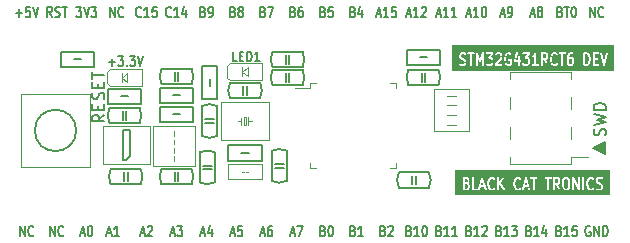
<source format=gbr>
%TF.GenerationSoftware,KiCad,Pcbnew,7.0.2*%
%TF.CreationDate,2023-06-20T04:44:58+07:00*%
%TF.ProjectId,STM32L431RCT6_prototype_board,53544d33-324c-4343-9331-524354365f70,rev?*%
%TF.SameCoordinates,Original*%
%TF.FileFunction,Legend,Top*%
%TF.FilePolarity,Positive*%
%FSLAX46Y46*%
G04 Gerber Fmt 4.6, Leading zero omitted, Abs format (unit mm)*
G04 Created by KiCad (PCBNEW 7.0.2) date 2023-06-20 04:44:58*
%MOMM*%
%LPD*%
G01*
G04 APERTURE LIST*
%ADD10C,0.150000*%
%ADD11C,0.160000*%
%ADD12C,0.152400*%
%ADD13C,0.120000*%
%ADD14C,0.100000*%
%ADD15C,0.203200*%
G04 APERTURE END LIST*
D10*
X207950000Y-65080000D02*
X206950000Y-64580000D01*
X207950000Y-64080000D01*
X207950000Y-65080000D01*
G36*
X207950000Y-65080000D02*
G01*
X206950000Y-64580000D01*
X207950000Y-64080000D01*
X207950000Y-65080000D01*
G37*
X168709999Y-53404142D02*
X168676666Y-53447000D01*
X168676666Y-53447000D02*
X168576666Y-53489857D01*
X168576666Y-53489857D02*
X168509999Y-53489857D01*
X168509999Y-53489857D02*
X168409999Y-53447000D01*
X168409999Y-53447000D02*
X168343333Y-53361285D01*
X168343333Y-53361285D02*
X168309999Y-53275571D01*
X168309999Y-53275571D02*
X168276666Y-53104142D01*
X168276666Y-53104142D02*
X168276666Y-52975571D01*
X168276666Y-52975571D02*
X168309999Y-52804142D01*
X168309999Y-52804142D02*
X168343333Y-52718428D01*
X168343333Y-52718428D02*
X168409999Y-52632714D01*
X168409999Y-52632714D02*
X168509999Y-52589857D01*
X168509999Y-52589857D02*
X168576666Y-52589857D01*
X168576666Y-52589857D02*
X168676666Y-52632714D01*
X168676666Y-52632714D02*
X168709999Y-52675571D01*
X169376666Y-53489857D02*
X168976666Y-53489857D01*
X169176666Y-53489857D02*
X169176666Y-52589857D01*
X169176666Y-52589857D02*
X169109999Y-52718428D01*
X169109999Y-52718428D02*
X169043333Y-52804142D01*
X169043333Y-52804142D02*
X168976666Y-52847000D01*
X170010000Y-52589857D02*
X169676666Y-52589857D01*
X169676666Y-52589857D02*
X169643333Y-53018428D01*
X169643333Y-53018428D02*
X169676666Y-52975571D01*
X169676666Y-52975571D02*
X169743333Y-52932714D01*
X169743333Y-52932714D02*
X169910000Y-52932714D01*
X169910000Y-52932714D02*
X169976666Y-52975571D01*
X169976666Y-52975571D02*
X170010000Y-53018428D01*
X170010000Y-53018428D02*
X170043333Y-53104142D01*
X170043333Y-53104142D02*
X170043333Y-53318428D01*
X170043333Y-53318428D02*
X170010000Y-53404142D01*
X170010000Y-53404142D02*
X169976666Y-53447000D01*
X169976666Y-53447000D02*
X169910000Y-53489857D01*
X169910000Y-53489857D02*
X169743333Y-53489857D01*
X169743333Y-53489857D02*
X169676666Y-53447000D01*
X169676666Y-53447000D02*
X169643333Y-53404142D01*
X165577619Y-61740476D02*
X165101428Y-62073809D01*
X165577619Y-62311904D02*
X164577619Y-62311904D01*
X164577619Y-62311904D02*
X164577619Y-61930952D01*
X164577619Y-61930952D02*
X164625238Y-61835714D01*
X164625238Y-61835714D02*
X164672857Y-61788095D01*
X164672857Y-61788095D02*
X164768095Y-61740476D01*
X164768095Y-61740476D02*
X164910952Y-61740476D01*
X164910952Y-61740476D02*
X165006190Y-61788095D01*
X165006190Y-61788095D02*
X165053809Y-61835714D01*
X165053809Y-61835714D02*
X165101428Y-61930952D01*
X165101428Y-61930952D02*
X165101428Y-62311904D01*
X165053809Y-61311904D02*
X165053809Y-60978571D01*
X165577619Y-60835714D02*
X165577619Y-61311904D01*
X165577619Y-61311904D02*
X164577619Y-61311904D01*
X164577619Y-61311904D02*
X164577619Y-60835714D01*
X165530000Y-60454761D02*
X165577619Y-60311904D01*
X165577619Y-60311904D02*
X165577619Y-60073809D01*
X165577619Y-60073809D02*
X165530000Y-59978571D01*
X165530000Y-59978571D02*
X165482380Y-59930952D01*
X165482380Y-59930952D02*
X165387142Y-59883333D01*
X165387142Y-59883333D02*
X165291904Y-59883333D01*
X165291904Y-59883333D02*
X165196666Y-59930952D01*
X165196666Y-59930952D02*
X165149047Y-59978571D01*
X165149047Y-59978571D02*
X165101428Y-60073809D01*
X165101428Y-60073809D02*
X165053809Y-60264285D01*
X165053809Y-60264285D02*
X165006190Y-60359523D01*
X165006190Y-60359523D02*
X164958571Y-60407142D01*
X164958571Y-60407142D02*
X164863333Y-60454761D01*
X164863333Y-60454761D02*
X164768095Y-60454761D01*
X164768095Y-60454761D02*
X164672857Y-60407142D01*
X164672857Y-60407142D02*
X164625238Y-60359523D01*
X164625238Y-60359523D02*
X164577619Y-60264285D01*
X164577619Y-60264285D02*
X164577619Y-60026190D01*
X164577619Y-60026190D02*
X164625238Y-59883333D01*
X165053809Y-59454761D02*
X165053809Y-59121428D01*
X165577619Y-58978571D02*
X165577619Y-59454761D01*
X165577619Y-59454761D02*
X164577619Y-59454761D01*
X164577619Y-59454761D02*
X164577619Y-58978571D01*
X164577619Y-58692856D02*
X164577619Y-58121428D01*
X165577619Y-58407142D02*
X164577619Y-58407142D01*
X199023333Y-71568428D02*
X199123333Y-71611285D01*
X199123333Y-71611285D02*
X199156666Y-71654142D01*
X199156666Y-71654142D02*
X199189999Y-71739857D01*
X199189999Y-71739857D02*
X199189999Y-71868428D01*
X199189999Y-71868428D02*
X199156666Y-71954142D01*
X199156666Y-71954142D02*
X199123333Y-71997000D01*
X199123333Y-71997000D02*
X199056666Y-72039857D01*
X199056666Y-72039857D02*
X198789999Y-72039857D01*
X198789999Y-72039857D02*
X198789999Y-71139857D01*
X198789999Y-71139857D02*
X199023333Y-71139857D01*
X199023333Y-71139857D02*
X199089999Y-71182714D01*
X199089999Y-71182714D02*
X199123333Y-71225571D01*
X199123333Y-71225571D02*
X199156666Y-71311285D01*
X199156666Y-71311285D02*
X199156666Y-71397000D01*
X199156666Y-71397000D02*
X199123333Y-71482714D01*
X199123333Y-71482714D02*
X199089999Y-71525571D01*
X199089999Y-71525571D02*
X199023333Y-71568428D01*
X199023333Y-71568428D02*
X198789999Y-71568428D01*
X199856666Y-72039857D02*
X199456666Y-72039857D01*
X199656666Y-72039857D02*
X199656666Y-71139857D01*
X199656666Y-71139857D02*
X199589999Y-71268428D01*
X199589999Y-71268428D02*
X199523333Y-71354142D01*
X199523333Y-71354142D02*
X199456666Y-71397000D01*
X200090000Y-71139857D02*
X200523333Y-71139857D01*
X200523333Y-71139857D02*
X200290000Y-71482714D01*
X200290000Y-71482714D02*
X200390000Y-71482714D01*
X200390000Y-71482714D02*
X200456666Y-71525571D01*
X200456666Y-71525571D02*
X200490000Y-71568428D01*
X200490000Y-71568428D02*
X200523333Y-71654142D01*
X200523333Y-71654142D02*
X200523333Y-71868428D01*
X200523333Y-71868428D02*
X200490000Y-71954142D01*
X200490000Y-71954142D02*
X200456666Y-71997000D01*
X200456666Y-71997000D02*
X200390000Y-72039857D01*
X200390000Y-72039857D02*
X200190000Y-72039857D01*
X200190000Y-72039857D02*
X200123333Y-71997000D01*
X200123333Y-71997000D02*
X200090000Y-71954142D01*
X196483333Y-71568428D02*
X196583333Y-71611285D01*
X196583333Y-71611285D02*
X196616666Y-71654142D01*
X196616666Y-71654142D02*
X196649999Y-71739857D01*
X196649999Y-71739857D02*
X196649999Y-71868428D01*
X196649999Y-71868428D02*
X196616666Y-71954142D01*
X196616666Y-71954142D02*
X196583333Y-71997000D01*
X196583333Y-71997000D02*
X196516666Y-72039857D01*
X196516666Y-72039857D02*
X196249999Y-72039857D01*
X196249999Y-72039857D02*
X196249999Y-71139857D01*
X196249999Y-71139857D02*
X196483333Y-71139857D01*
X196483333Y-71139857D02*
X196549999Y-71182714D01*
X196549999Y-71182714D02*
X196583333Y-71225571D01*
X196583333Y-71225571D02*
X196616666Y-71311285D01*
X196616666Y-71311285D02*
X196616666Y-71397000D01*
X196616666Y-71397000D02*
X196583333Y-71482714D01*
X196583333Y-71482714D02*
X196549999Y-71525571D01*
X196549999Y-71525571D02*
X196483333Y-71568428D01*
X196483333Y-71568428D02*
X196249999Y-71568428D01*
X197316666Y-72039857D02*
X196916666Y-72039857D01*
X197116666Y-72039857D02*
X197116666Y-71139857D01*
X197116666Y-71139857D02*
X197049999Y-71268428D01*
X197049999Y-71268428D02*
X196983333Y-71354142D01*
X196983333Y-71354142D02*
X196916666Y-71397000D01*
X197583333Y-71225571D02*
X197616666Y-71182714D01*
X197616666Y-71182714D02*
X197683333Y-71139857D01*
X197683333Y-71139857D02*
X197850000Y-71139857D01*
X197850000Y-71139857D02*
X197916666Y-71182714D01*
X197916666Y-71182714D02*
X197950000Y-71225571D01*
X197950000Y-71225571D02*
X197983333Y-71311285D01*
X197983333Y-71311285D02*
X197983333Y-71397000D01*
X197983333Y-71397000D02*
X197950000Y-71525571D01*
X197950000Y-71525571D02*
X197550000Y-72039857D01*
X197550000Y-72039857D02*
X197983333Y-72039857D01*
X161156666Y-53489857D02*
X160923333Y-53061285D01*
X160756666Y-53489857D02*
X160756666Y-52589857D01*
X160756666Y-52589857D02*
X161023333Y-52589857D01*
X161023333Y-52589857D02*
X161090000Y-52632714D01*
X161090000Y-52632714D02*
X161123333Y-52675571D01*
X161123333Y-52675571D02*
X161156666Y-52761285D01*
X161156666Y-52761285D02*
X161156666Y-52889857D01*
X161156666Y-52889857D02*
X161123333Y-52975571D01*
X161123333Y-52975571D02*
X161090000Y-53018428D01*
X161090000Y-53018428D02*
X161023333Y-53061285D01*
X161023333Y-53061285D02*
X160756666Y-53061285D01*
X161423333Y-53447000D02*
X161523333Y-53489857D01*
X161523333Y-53489857D02*
X161690000Y-53489857D01*
X161690000Y-53489857D02*
X161756666Y-53447000D01*
X161756666Y-53447000D02*
X161790000Y-53404142D01*
X161790000Y-53404142D02*
X161823333Y-53318428D01*
X161823333Y-53318428D02*
X161823333Y-53232714D01*
X161823333Y-53232714D02*
X161790000Y-53147000D01*
X161790000Y-53147000D02*
X161756666Y-53104142D01*
X161756666Y-53104142D02*
X161690000Y-53061285D01*
X161690000Y-53061285D02*
X161556666Y-53018428D01*
X161556666Y-53018428D02*
X161490000Y-52975571D01*
X161490000Y-52975571D02*
X161456666Y-52932714D01*
X161456666Y-52932714D02*
X161423333Y-52847000D01*
X161423333Y-52847000D02*
X161423333Y-52761285D01*
X161423333Y-52761285D02*
X161456666Y-52675571D01*
X161456666Y-52675571D02*
X161490000Y-52632714D01*
X161490000Y-52632714D02*
X161556666Y-52589857D01*
X161556666Y-52589857D02*
X161723333Y-52589857D01*
X161723333Y-52589857D02*
X161823333Y-52632714D01*
X162023333Y-52589857D02*
X162423333Y-52589857D01*
X162223333Y-53489857D02*
X162223333Y-52589857D01*
X165966666Y-57297333D02*
X166500000Y-57297333D01*
X166233333Y-57602095D02*
X166233333Y-56992571D01*
X166766667Y-56802095D02*
X167200000Y-56802095D01*
X167200000Y-56802095D02*
X166966667Y-57106857D01*
X166966667Y-57106857D02*
X167066667Y-57106857D01*
X167066667Y-57106857D02*
X167133333Y-57144952D01*
X167133333Y-57144952D02*
X167166667Y-57183047D01*
X167166667Y-57183047D02*
X167200000Y-57259238D01*
X167200000Y-57259238D02*
X167200000Y-57449714D01*
X167200000Y-57449714D02*
X167166667Y-57525904D01*
X167166667Y-57525904D02*
X167133333Y-57564000D01*
X167133333Y-57564000D02*
X167066667Y-57602095D01*
X167066667Y-57602095D02*
X166866667Y-57602095D01*
X166866667Y-57602095D02*
X166800000Y-57564000D01*
X166800000Y-57564000D02*
X166766667Y-57525904D01*
X167500000Y-57525904D02*
X167533334Y-57564000D01*
X167533334Y-57564000D02*
X167500000Y-57602095D01*
X167500000Y-57602095D02*
X167466667Y-57564000D01*
X167466667Y-57564000D02*
X167500000Y-57525904D01*
X167500000Y-57525904D02*
X167500000Y-57602095D01*
X167766667Y-56802095D02*
X168200000Y-56802095D01*
X168200000Y-56802095D02*
X167966667Y-57106857D01*
X167966667Y-57106857D02*
X168066667Y-57106857D01*
X168066667Y-57106857D02*
X168133333Y-57144952D01*
X168133333Y-57144952D02*
X168166667Y-57183047D01*
X168166667Y-57183047D02*
X168200000Y-57259238D01*
X168200000Y-57259238D02*
X168200000Y-57449714D01*
X168200000Y-57449714D02*
X168166667Y-57525904D01*
X168166667Y-57525904D02*
X168133333Y-57564000D01*
X168133333Y-57564000D02*
X168066667Y-57602095D01*
X168066667Y-57602095D02*
X167866667Y-57602095D01*
X167866667Y-57602095D02*
X167800000Y-57564000D01*
X167800000Y-57564000D02*
X167766667Y-57525904D01*
X168400000Y-56802095D02*
X168633334Y-57602095D01*
X168633334Y-57602095D02*
X168866667Y-56802095D01*
X186656667Y-71568428D02*
X186756667Y-71611285D01*
X186756667Y-71611285D02*
X186790000Y-71654142D01*
X186790000Y-71654142D02*
X186823333Y-71739857D01*
X186823333Y-71739857D02*
X186823333Y-71868428D01*
X186823333Y-71868428D02*
X186790000Y-71954142D01*
X186790000Y-71954142D02*
X186756667Y-71997000D01*
X186756667Y-71997000D02*
X186690000Y-72039857D01*
X186690000Y-72039857D02*
X186423333Y-72039857D01*
X186423333Y-72039857D02*
X186423333Y-71139857D01*
X186423333Y-71139857D02*
X186656667Y-71139857D01*
X186656667Y-71139857D02*
X186723333Y-71182714D01*
X186723333Y-71182714D02*
X186756667Y-71225571D01*
X186756667Y-71225571D02*
X186790000Y-71311285D01*
X186790000Y-71311285D02*
X186790000Y-71397000D01*
X186790000Y-71397000D02*
X186756667Y-71482714D01*
X186756667Y-71482714D02*
X186723333Y-71525571D01*
X186723333Y-71525571D02*
X186656667Y-71568428D01*
X186656667Y-71568428D02*
X186423333Y-71568428D01*
X187490000Y-72039857D02*
X187090000Y-72039857D01*
X187290000Y-72039857D02*
X187290000Y-71139857D01*
X187290000Y-71139857D02*
X187223333Y-71268428D01*
X187223333Y-71268428D02*
X187156667Y-71354142D01*
X187156667Y-71354142D02*
X187090000Y-71397000D01*
X206726667Y-71182714D02*
X206660000Y-71139857D01*
X206660000Y-71139857D02*
X206560000Y-71139857D01*
X206560000Y-71139857D02*
X206460000Y-71182714D01*
X206460000Y-71182714D02*
X206393334Y-71268428D01*
X206393334Y-71268428D02*
X206360000Y-71354142D01*
X206360000Y-71354142D02*
X206326667Y-71525571D01*
X206326667Y-71525571D02*
X206326667Y-71654142D01*
X206326667Y-71654142D02*
X206360000Y-71825571D01*
X206360000Y-71825571D02*
X206393334Y-71911285D01*
X206393334Y-71911285D02*
X206460000Y-71997000D01*
X206460000Y-71997000D02*
X206560000Y-72039857D01*
X206560000Y-72039857D02*
X206626667Y-72039857D01*
X206626667Y-72039857D02*
X206726667Y-71997000D01*
X206726667Y-71997000D02*
X206760000Y-71954142D01*
X206760000Y-71954142D02*
X206760000Y-71654142D01*
X206760000Y-71654142D02*
X206626667Y-71654142D01*
X207060000Y-72039857D02*
X207060000Y-71139857D01*
X207060000Y-71139857D02*
X207460000Y-72039857D01*
X207460000Y-72039857D02*
X207460000Y-71139857D01*
X207793333Y-72039857D02*
X207793333Y-71139857D01*
X207793333Y-71139857D02*
X207960000Y-71139857D01*
X207960000Y-71139857D02*
X208060000Y-71182714D01*
X208060000Y-71182714D02*
X208126667Y-71268428D01*
X208126667Y-71268428D02*
X208160000Y-71354142D01*
X208160000Y-71354142D02*
X208193333Y-71525571D01*
X208193333Y-71525571D02*
X208193333Y-71654142D01*
X208193333Y-71654142D02*
X208160000Y-71825571D01*
X208160000Y-71825571D02*
X208126667Y-71911285D01*
X208126667Y-71911285D02*
X208060000Y-71997000D01*
X208060000Y-71997000D02*
X207960000Y-72039857D01*
X207960000Y-72039857D02*
X207793333Y-72039857D01*
X186656667Y-53018428D02*
X186756667Y-53061285D01*
X186756667Y-53061285D02*
X186790000Y-53104142D01*
X186790000Y-53104142D02*
X186823333Y-53189857D01*
X186823333Y-53189857D02*
X186823333Y-53318428D01*
X186823333Y-53318428D02*
X186790000Y-53404142D01*
X186790000Y-53404142D02*
X186756667Y-53447000D01*
X186756667Y-53447000D02*
X186690000Y-53489857D01*
X186690000Y-53489857D02*
X186423333Y-53489857D01*
X186423333Y-53489857D02*
X186423333Y-52589857D01*
X186423333Y-52589857D02*
X186656667Y-52589857D01*
X186656667Y-52589857D02*
X186723333Y-52632714D01*
X186723333Y-52632714D02*
X186756667Y-52675571D01*
X186756667Y-52675571D02*
X186790000Y-52761285D01*
X186790000Y-52761285D02*
X186790000Y-52847000D01*
X186790000Y-52847000D02*
X186756667Y-52932714D01*
X186756667Y-52932714D02*
X186723333Y-52975571D01*
X186723333Y-52975571D02*
X186656667Y-53018428D01*
X186656667Y-53018428D02*
X186423333Y-53018428D01*
X187423333Y-52889857D02*
X187423333Y-53489857D01*
X187256667Y-52547000D02*
X187090000Y-53189857D01*
X187090000Y-53189857D02*
X187523333Y-53189857D01*
X191186666Y-53232714D02*
X191519999Y-53232714D01*
X191119999Y-53489857D02*
X191353333Y-52589857D01*
X191353333Y-52589857D02*
X191586666Y-53489857D01*
X192186666Y-53489857D02*
X191786666Y-53489857D01*
X191986666Y-53489857D02*
X191986666Y-52589857D01*
X191986666Y-52589857D02*
X191919999Y-52718428D01*
X191919999Y-52718428D02*
X191853333Y-52804142D01*
X191853333Y-52804142D02*
X191786666Y-52847000D01*
X192453333Y-52675571D02*
X192486666Y-52632714D01*
X192486666Y-52632714D02*
X192553333Y-52589857D01*
X192553333Y-52589857D02*
X192720000Y-52589857D01*
X192720000Y-52589857D02*
X192786666Y-52632714D01*
X192786666Y-52632714D02*
X192820000Y-52675571D01*
X192820000Y-52675571D02*
X192853333Y-52761285D01*
X192853333Y-52761285D02*
X192853333Y-52847000D01*
X192853333Y-52847000D02*
X192820000Y-52975571D01*
X192820000Y-52975571D02*
X192420000Y-53489857D01*
X192420000Y-53489857D02*
X192853333Y-53489857D01*
X181576667Y-53018428D02*
X181676667Y-53061285D01*
X181676667Y-53061285D02*
X181710000Y-53104142D01*
X181710000Y-53104142D02*
X181743333Y-53189857D01*
X181743333Y-53189857D02*
X181743333Y-53318428D01*
X181743333Y-53318428D02*
X181710000Y-53404142D01*
X181710000Y-53404142D02*
X181676667Y-53447000D01*
X181676667Y-53447000D02*
X181610000Y-53489857D01*
X181610000Y-53489857D02*
X181343333Y-53489857D01*
X181343333Y-53489857D02*
X181343333Y-52589857D01*
X181343333Y-52589857D02*
X181576667Y-52589857D01*
X181576667Y-52589857D02*
X181643333Y-52632714D01*
X181643333Y-52632714D02*
X181676667Y-52675571D01*
X181676667Y-52675571D02*
X181710000Y-52761285D01*
X181710000Y-52761285D02*
X181710000Y-52847000D01*
X181710000Y-52847000D02*
X181676667Y-52932714D01*
X181676667Y-52932714D02*
X181643333Y-52975571D01*
X181643333Y-52975571D02*
X181576667Y-53018428D01*
X181576667Y-53018428D02*
X181343333Y-53018428D01*
X182343333Y-52589857D02*
X182210000Y-52589857D01*
X182210000Y-52589857D02*
X182143333Y-52632714D01*
X182143333Y-52632714D02*
X182110000Y-52675571D01*
X182110000Y-52675571D02*
X182043333Y-52804142D01*
X182043333Y-52804142D02*
X182010000Y-52975571D01*
X182010000Y-52975571D02*
X182010000Y-53318428D01*
X182010000Y-53318428D02*
X182043333Y-53404142D01*
X182043333Y-53404142D02*
X182076667Y-53447000D01*
X182076667Y-53447000D02*
X182143333Y-53489857D01*
X182143333Y-53489857D02*
X182276667Y-53489857D01*
X182276667Y-53489857D02*
X182343333Y-53447000D01*
X182343333Y-53447000D02*
X182376667Y-53404142D01*
X182376667Y-53404142D02*
X182410000Y-53318428D01*
X182410000Y-53318428D02*
X182410000Y-53104142D01*
X182410000Y-53104142D02*
X182376667Y-53018428D01*
X182376667Y-53018428D02*
X182343333Y-52975571D01*
X182343333Y-52975571D02*
X182276667Y-52932714D01*
X182276667Y-52932714D02*
X182143333Y-52932714D01*
X182143333Y-52932714D02*
X182076667Y-52975571D01*
X182076667Y-52975571D02*
X182043333Y-53018428D01*
X182043333Y-53018428D02*
X182010000Y-53104142D01*
X201680000Y-53232714D02*
X202013333Y-53232714D01*
X201613333Y-53489857D02*
X201846667Y-52589857D01*
X201846667Y-52589857D02*
X202080000Y-53489857D01*
X202413333Y-52975571D02*
X202346667Y-52932714D01*
X202346667Y-52932714D02*
X202313333Y-52889857D01*
X202313333Y-52889857D02*
X202280000Y-52804142D01*
X202280000Y-52804142D02*
X202280000Y-52761285D01*
X202280000Y-52761285D02*
X202313333Y-52675571D01*
X202313333Y-52675571D02*
X202346667Y-52632714D01*
X202346667Y-52632714D02*
X202413333Y-52589857D01*
X202413333Y-52589857D02*
X202546667Y-52589857D01*
X202546667Y-52589857D02*
X202613333Y-52632714D01*
X202613333Y-52632714D02*
X202646667Y-52675571D01*
X202646667Y-52675571D02*
X202680000Y-52761285D01*
X202680000Y-52761285D02*
X202680000Y-52804142D01*
X202680000Y-52804142D02*
X202646667Y-52889857D01*
X202646667Y-52889857D02*
X202613333Y-52932714D01*
X202613333Y-52932714D02*
X202546667Y-52975571D01*
X202546667Y-52975571D02*
X202413333Y-52975571D01*
X202413333Y-52975571D02*
X202346667Y-53018428D01*
X202346667Y-53018428D02*
X202313333Y-53061285D01*
X202313333Y-53061285D02*
X202280000Y-53147000D01*
X202280000Y-53147000D02*
X202280000Y-53318428D01*
X202280000Y-53318428D02*
X202313333Y-53404142D01*
X202313333Y-53404142D02*
X202346667Y-53447000D01*
X202346667Y-53447000D02*
X202413333Y-53489857D01*
X202413333Y-53489857D02*
X202546667Y-53489857D01*
X202546667Y-53489857D02*
X202613333Y-53447000D01*
X202613333Y-53447000D02*
X202646667Y-53404142D01*
X202646667Y-53404142D02*
X202680000Y-53318428D01*
X202680000Y-53318428D02*
X202680000Y-53147000D01*
X202680000Y-53147000D02*
X202646667Y-53061285D01*
X202646667Y-53061285D02*
X202613333Y-53018428D01*
X202613333Y-53018428D02*
X202546667Y-52975571D01*
X158450000Y-72039857D02*
X158450000Y-71139857D01*
X158450000Y-71139857D02*
X158850000Y-72039857D01*
X158850000Y-72039857D02*
X158850000Y-71139857D01*
X159583333Y-71954142D02*
X159550000Y-71997000D01*
X159550000Y-71997000D02*
X159450000Y-72039857D01*
X159450000Y-72039857D02*
X159383333Y-72039857D01*
X159383333Y-72039857D02*
X159283333Y-71997000D01*
X159283333Y-71997000D02*
X159216667Y-71911285D01*
X159216667Y-71911285D02*
X159183333Y-71825571D01*
X159183333Y-71825571D02*
X159150000Y-71654142D01*
X159150000Y-71654142D02*
X159150000Y-71525571D01*
X159150000Y-71525571D02*
X159183333Y-71354142D01*
X159183333Y-71354142D02*
X159216667Y-71268428D01*
X159216667Y-71268428D02*
X159283333Y-71182714D01*
X159283333Y-71182714D02*
X159383333Y-71139857D01*
X159383333Y-71139857D02*
X159450000Y-71139857D01*
X159450000Y-71139857D02*
X159550000Y-71182714D01*
X159550000Y-71182714D02*
X159583333Y-71225571D01*
X171200000Y-71782714D02*
X171533333Y-71782714D01*
X171133333Y-72039857D02*
X171366667Y-71139857D01*
X171366667Y-71139857D02*
X171600000Y-72039857D01*
X171766667Y-71139857D02*
X172200000Y-71139857D01*
X172200000Y-71139857D02*
X171966667Y-71482714D01*
X171966667Y-71482714D02*
X172066667Y-71482714D01*
X172066667Y-71482714D02*
X172133333Y-71525571D01*
X172133333Y-71525571D02*
X172166667Y-71568428D01*
X172166667Y-71568428D02*
X172200000Y-71654142D01*
X172200000Y-71654142D02*
X172200000Y-71868428D01*
X172200000Y-71868428D02*
X172166667Y-71954142D01*
X172166667Y-71954142D02*
X172133333Y-71997000D01*
X172133333Y-71997000D02*
X172066667Y-72039857D01*
X172066667Y-72039857D02*
X171866667Y-72039857D01*
X171866667Y-72039857D02*
X171800000Y-71997000D01*
X171800000Y-71997000D02*
X171766667Y-71954142D01*
X193943333Y-71568428D02*
X194043333Y-71611285D01*
X194043333Y-71611285D02*
X194076666Y-71654142D01*
X194076666Y-71654142D02*
X194109999Y-71739857D01*
X194109999Y-71739857D02*
X194109999Y-71868428D01*
X194109999Y-71868428D02*
X194076666Y-71954142D01*
X194076666Y-71954142D02*
X194043333Y-71997000D01*
X194043333Y-71997000D02*
X193976666Y-72039857D01*
X193976666Y-72039857D02*
X193709999Y-72039857D01*
X193709999Y-72039857D02*
X193709999Y-71139857D01*
X193709999Y-71139857D02*
X193943333Y-71139857D01*
X193943333Y-71139857D02*
X194009999Y-71182714D01*
X194009999Y-71182714D02*
X194043333Y-71225571D01*
X194043333Y-71225571D02*
X194076666Y-71311285D01*
X194076666Y-71311285D02*
X194076666Y-71397000D01*
X194076666Y-71397000D02*
X194043333Y-71482714D01*
X194043333Y-71482714D02*
X194009999Y-71525571D01*
X194009999Y-71525571D02*
X193943333Y-71568428D01*
X193943333Y-71568428D02*
X193709999Y-71568428D01*
X194776666Y-72039857D02*
X194376666Y-72039857D01*
X194576666Y-72039857D02*
X194576666Y-71139857D01*
X194576666Y-71139857D02*
X194509999Y-71268428D01*
X194509999Y-71268428D02*
X194443333Y-71354142D01*
X194443333Y-71354142D02*
X194376666Y-71397000D01*
X195443333Y-72039857D02*
X195043333Y-72039857D01*
X195243333Y-72039857D02*
X195243333Y-71139857D01*
X195243333Y-71139857D02*
X195176666Y-71268428D01*
X195176666Y-71268428D02*
X195110000Y-71354142D01*
X195110000Y-71354142D02*
X195043333Y-71397000D01*
X204170000Y-53018428D02*
X204270000Y-53061285D01*
X204270000Y-53061285D02*
X204303333Y-53104142D01*
X204303333Y-53104142D02*
X204336666Y-53189857D01*
X204336666Y-53189857D02*
X204336666Y-53318428D01*
X204336666Y-53318428D02*
X204303333Y-53404142D01*
X204303333Y-53404142D02*
X204270000Y-53447000D01*
X204270000Y-53447000D02*
X204203333Y-53489857D01*
X204203333Y-53489857D02*
X203936666Y-53489857D01*
X203936666Y-53489857D02*
X203936666Y-52589857D01*
X203936666Y-52589857D02*
X204170000Y-52589857D01*
X204170000Y-52589857D02*
X204236666Y-52632714D01*
X204236666Y-52632714D02*
X204270000Y-52675571D01*
X204270000Y-52675571D02*
X204303333Y-52761285D01*
X204303333Y-52761285D02*
X204303333Y-52847000D01*
X204303333Y-52847000D02*
X204270000Y-52932714D01*
X204270000Y-52932714D02*
X204236666Y-52975571D01*
X204236666Y-52975571D02*
X204170000Y-53018428D01*
X204170000Y-53018428D02*
X203936666Y-53018428D01*
X204536666Y-52589857D02*
X204936666Y-52589857D01*
X204736666Y-53489857D02*
X204736666Y-52589857D01*
X205303333Y-52589857D02*
X205369999Y-52589857D01*
X205369999Y-52589857D02*
X205436666Y-52632714D01*
X205436666Y-52632714D02*
X205469999Y-52675571D01*
X205469999Y-52675571D02*
X205503333Y-52761285D01*
X205503333Y-52761285D02*
X205536666Y-52932714D01*
X205536666Y-52932714D02*
X205536666Y-53147000D01*
X205536666Y-53147000D02*
X205503333Y-53318428D01*
X205503333Y-53318428D02*
X205469999Y-53404142D01*
X205469999Y-53404142D02*
X205436666Y-53447000D01*
X205436666Y-53447000D02*
X205369999Y-53489857D01*
X205369999Y-53489857D02*
X205303333Y-53489857D01*
X205303333Y-53489857D02*
X205236666Y-53447000D01*
X205236666Y-53447000D02*
X205203333Y-53404142D01*
X205203333Y-53404142D02*
X205169999Y-53318428D01*
X205169999Y-53318428D02*
X205136666Y-53147000D01*
X205136666Y-53147000D02*
X205136666Y-52932714D01*
X205136666Y-52932714D02*
X205169999Y-52761285D01*
X205169999Y-52761285D02*
X205203333Y-52675571D01*
X205203333Y-52675571D02*
X205236666Y-52632714D01*
X205236666Y-52632714D02*
X205303333Y-52589857D01*
X178820000Y-71782714D02*
X179153333Y-71782714D01*
X178753333Y-72039857D02*
X178986667Y-71139857D01*
X178986667Y-71139857D02*
X179220000Y-72039857D01*
X179753333Y-71139857D02*
X179620000Y-71139857D01*
X179620000Y-71139857D02*
X179553333Y-71182714D01*
X179553333Y-71182714D02*
X179520000Y-71225571D01*
X179520000Y-71225571D02*
X179453333Y-71354142D01*
X179453333Y-71354142D02*
X179420000Y-71525571D01*
X179420000Y-71525571D02*
X179420000Y-71868428D01*
X179420000Y-71868428D02*
X179453333Y-71954142D01*
X179453333Y-71954142D02*
X179486667Y-71997000D01*
X179486667Y-71997000D02*
X179553333Y-72039857D01*
X179553333Y-72039857D02*
X179686667Y-72039857D01*
X179686667Y-72039857D02*
X179753333Y-71997000D01*
X179753333Y-71997000D02*
X179786667Y-71954142D01*
X179786667Y-71954142D02*
X179820000Y-71868428D01*
X179820000Y-71868428D02*
X179820000Y-71654142D01*
X179820000Y-71654142D02*
X179786667Y-71568428D01*
X179786667Y-71568428D02*
X179753333Y-71525571D01*
X179753333Y-71525571D02*
X179686667Y-71482714D01*
X179686667Y-71482714D02*
X179553333Y-71482714D01*
X179553333Y-71482714D02*
X179486667Y-71525571D01*
X179486667Y-71525571D02*
X179453333Y-71568428D01*
X179453333Y-71568428D02*
X179420000Y-71654142D01*
X173740000Y-71782714D02*
X174073333Y-71782714D01*
X173673333Y-72039857D02*
X173906667Y-71139857D01*
X173906667Y-71139857D02*
X174140000Y-72039857D01*
X174673333Y-71439857D02*
X174673333Y-72039857D01*
X174506667Y-71097000D02*
X174340000Y-71739857D01*
X174340000Y-71739857D02*
X174773333Y-71739857D01*
X191403333Y-71568428D02*
X191503333Y-71611285D01*
X191503333Y-71611285D02*
X191536666Y-71654142D01*
X191536666Y-71654142D02*
X191569999Y-71739857D01*
X191569999Y-71739857D02*
X191569999Y-71868428D01*
X191569999Y-71868428D02*
X191536666Y-71954142D01*
X191536666Y-71954142D02*
X191503333Y-71997000D01*
X191503333Y-71997000D02*
X191436666Y-72039857D01*
X191436666Y-72039857D02*
X191169999Y-72039857D01*
X191169999Y-72039857D02*
X191169999Y-71139857D01*
X191169999Y-71139857D02*
X191403333Y-71139857D01*
X191403333Y-71139857D02*
X191469999Y-71182714D01*
X191469999Y-71182714D02*
X191503333Y-71225571D01*
X191503333Y-71225571D02*
X191536666Y-71311285D01*
X191536666Y-71311285D02*
X191536666Y-71397000D01*
X191536666Y-71397000D02*
X191503333Y-71482714D01*
X191503333Y-71482714D02*
X191469999Y-71525571D01*
X191469999Y-71525571D02*
X191403333Y-71568428D01*
X191403333Y-71568428D02*
X191169999Y-71568428D01*
X192236666Y-72039857D02*
X191836666Y-72039857D01*
X192036666Y-72039857D02*
X192036666Y-71139857D01*
X192036666Y-71139857D02*
X191969999Y-71268428D01*
X191969999Y-71268428D02*
X191903333Y-71354142D01*
X191903333Y-71354142D02*
X191836666Y-71397000D01*
X192670000Y-71139857D02*
X192736666Y-71139857D01*
X192736666Y-71139857D02*
X192803333Y-71182714D01*
X192803333Y-71182714D02*
X192836666Y-71225571D01*
X192836666Y-71225571D02*
X192870000Y-71311285D01*
X192870000Y-71311285D02*
X192903333Y-71482714D01*
X192903333Y-71482714D02*
X192903333Y-71697000D01*
X192903333Y-71697000D02*
X192870000Y-71868428D01*
X192870000Y-71868428D02*
X192836666Y-71954142D01*
X192836666Y-71954142D02*
X192803333Y-71997000D01*
X192803333Y-71997000D02*
X192736666Y-72039857D01*
X192736666Y-72039857D02*
X192670000Y-72039857D01*
X192670000Y-72039857D02*
X192603333Y-71997000D01*
X192603333Y-71997000D02*
X192570000Y-71954142D01*
X192570000Y-71954142D02*
X192536666Y-71868428D01*
X192536666Y-71868428D02*
X192503333Y-71697000D01*
X192503333Y-71697000D02*
X192503333Y-71482714D01*
X192503333Y-71482714D02*
X192536666Y-71311285D01*
X192536666Y-71311285D02*
X192570000Y-71225571D01*
X192570000Y-71225571D02*
X192603333Y-71182714D01*
X192603333Y-71182714D02*
X192670000Y-71139857D01*
X201563333Y-71568428D02*
X201663333Y-71611285D01*
X201663333Y-71611285D02*
X201696666Y-71654142D01*
X201696666Y-71654142D02*
X201729999Y-71739857D01*
X201729999Y-71739857D02*
X201729999Y-71868428D01*
X201729999Y-71868428D02*
X201696666Y-71954142D01*
X201696666Y-71954142D02*
X201663333Y-71997000D01*
X201663333Y-71997000D02*
X201596666Y-72039857D01*
X201596666Y-72039857D02*
X201329999Y-72039857D01*
X201329999Y-72039857D02*
X201329999Y-71139857D01*
X201329999Y-71139857D02*
X201563333Y-71139857D01*
X201563333Y-71139857D02*
X201629999Y-71182714D01*
X201629999Y-71182714D02*
X201663333Y-71225571D01*
X201663333Y-71225571D02*
X201696666Y-71311285D01*
X201696666Y-71311285D02*
X201696666Y-71397000D01*
X201696666Y-71397000D02*
X201663333Y-71482714D01*
X201663333Y-71482714D02*
X201629999Y-71525571D01*
X201629999Y-71525571D02*
X201563333Y-71568428D01*
X201563333Y-71568428D02*
X201329999Y-71568428D01*
X202396666Y-72039857D02*
X201996666Y-72039857D01*
X202196666Y-72039857D02*
X202196666Y-71139857D01*
X202196666Y-71139857D02*
X202129999Y-71268428D01*
X202129999Y-71268428D02*
X202063333Y-71354142D01*
X202063333Y-71354142D02*
X201996666Y-71397000D01*
X202996666Y-71439857D02*
X202996666Y-72039857D01*
X202830000Y-71097000D02*
X202663333Y-71739857D01*
X202663333Y-71739857D02*
X203096666Y-71739857D01*
X184116667Y-53018428D02*
X184216667Y-53061285D01*
X184216667Y-53061285D02*
X184250000Y-53104142D01*
X184250000Y-53104142D02*
X184283333Y-53189857D01*
X184283333Y-53189857D02*
X184283333Y-53318428D01*
X184283333Y-53318428D02*
X184250000Y-53404142D01*
X184250000Y-53404142D02*
X184216667Y-53447000D01*
X184216667Y-53447000D02*
X184150000Y-53489857D01*
X184150000Y-53489857D02*
X183883333Y-53489857D01*
X183883333Y-53489857D02*
X183883333Y-52589857D01*
X183883333Y-52589857D02*
X184116667Y-52589857D01*
X184116667Y-52589857D02*
X184183333Y-52632714D01*
X184183333Y-52632714D02*
X184216667Y-52675571D01*
X184216667Y-52675571D02*
X184250000Y-52761285D01*
X184250000Y-52761285D02*
X184250000Y-52847000D01*
X184250000Y-52847000D02*
X184216667Y-52932714D01*
X184216667Y-52932714D02*
X184183333Y-52975571D01*
X184183333Y-52975571D02*
X184116667Y-53018428D01*
X184116667Y-53018428D02*
X183883333Y-53018428D01*
X184916667Y-52589857D02*
X184583333Y-52589857D01*
X184583333Y-52589857D02*
X184550000Y-53018428D01*
X184550000Y-53018428D02*
X184583333Y-52975571D01*
X184583333Y-52975571D02*
X184650000Y-52932714D01*
X184650000Y-52932714D02*
X184816667Y-52932714D01*
X184816667Y-52932714D02*
X184883333Y-52975571D01*
X184883333Y-52975571D02*
X184916667Y-53018428D01*
X184916667Y-53018428D02*
X184950000Y-53104142D01*
X184950000Y-53104142D02*
X184950000Y-53318428D01*
X184950000Y-53318428D02*
X184916667Y-53404142D01*
X184916667Y-53404142D02*
X184883333Y-53447000D01*
X184883333Y-53447000D02*
X184816667Y-53489857D01*
X184816667Y-53489857D02*
X184650000Y-53489857D01*
X184650000Y-53489857D02*
X184583333Y-53447000D01*
X184583333Y-53447000D02*
X184550000Y-53404142D01*
X166070000Y-53489857D02*
X166070000Y-52589857D01*
X166070000Y-52589857D02*
X166470000Y-53489857D01*
X166470000Y-53489857D02*
X166470000Y-52589857D01*
X167203333Y-53404142D02*
X167170000Y-53447000D01*
X167170000Y-53447000D02*
X167070000Y-53489857D01*
X167070000Y-53489857D02*
X167003333Y-53489857D01*
X167003333Y-53489857D02*
X166903333Y-53447000D01*
X166903333Y-53447000D02*
X166836667Y-53361285D01*
X166836667Y-53361285D02*
X166803333Y-53275571D01*
X166803333Y-53275571D02*
X166770000Y-53104142D01*
X166770000Y-53104142D02*
X166770000Y-52975571D01*
X166770000Y-52975571D02*
X166803333Y-52804142D01*
X166803333Y-52804142D02*
X166836667Y-52718428D01*
X166836667Y-52718428D02*
X166903333Y-52632714D01*
X166903333Y-52632714D02*
X167003333Y-52589857D01*
X167003333Y-52589857D02*
X167070000Y-52589857D01*
X167070000Y-52589857D02*
X167170000Y-52632714D01*
X167170000Y-52632714D02*
X167203333Y-52675571D01*
D11*
G36*
X202969852Y-56635854D02*
G01*
X202992030Y-56663575D01*
X203020001Y-56733500D01*
X203020001Y-56845544D01*
X202992030Y-56915469D01*
X202969852Y-56943192D01*
X202924676Y-56971428D01*
X202841500Y-56971428D01*
X202826497Y-56968332D01*
X202818460Y-56971428D01*
X202722858Y-56971428D01*
X202722858Y-56607619D01*
X202924676Y-56607619D01*
X202969852Y-56635854D01*
G37*
G36*
X205141282Y-57016807D02*
G01*
X205163458Y-57044527D01*
X205191429Y-57114453D01*
X205191429Y-57321735D01*
X205163457Y-57391662D01*
X205141282Y-57419382D01*
X205096103Y-57447619D01*
X204989611Y-57447619D01*
X204944434Y-57419384D01*
X204922256Y-57391660D01*
X204894286Y-57321736D01*
X204894286Y-57114454D01*
X204922256Y-57044529D01*
X204944434Y-57016806D01*
X204989611Y-56988571D01*
X205096105Y-56988571D01*
X205141282Y-57016807D01*
G37*
G36*
X206478898Y-56641207D02*
G01*
X206534887Y-56711194D01*
X206565852Y-56788606D01*
X206600954Y-56964112D01*
X206600954Y-57091123D01*
X206565851Y-57266632D01*
X206534886Y-57344044D01*
X206478898Y-57414030D01*
X206398287Y-57447619D01*
X206303811Y-57447619D01*
X206303811Y-56607619D01*
X206398286Y-56607619D01*
X206478898Y-56641207D01*
G37*
G36*
X208745716Y-58032857D02*
G01*
X195054285Y-58032857D01*
X195054285Y-56821235D01*
X195626520Y-56821235D01*
X195633834Y-56839520D01*
X195639381Y-56858410D01*
X195642456Y-56861074D01*
X195669198Y-56927928D01*
X195670474Y-56940204D01*
X195684996Y-56958357D01*
X195699235Y-56976474D01*
X195699588Y-56976596D01*
X195717375Y-56998830D01*
X195723393Y-57011580D01*
X195741562Y-57022936D01*
X195759101Y-57035206D01*
X195761335Y-57035293D01*
X195808711Y-57064903D01*
X195815620Y-57073161D01*
X195828226Y-57077100D01*
X195829256Y-57077744D01*
X195839154Y-57080515D01*
X195980607Y-57124719D01*
X196036518Y-57159664D01*
X196058694Y-57187384D01*
X196086665Y-57257310D01*
X196086665Y-57321735D01*
X196058693Y-57391662D01*
X196036518Y-57419382D01*
X195991339Y-57447619D01*
X195839809Y-57447619D01*
X195729675Y-57401730D01*
X195694890Y-57397917D01*
X195652835Y-57418858D01*
X195628778Y-57459212D01*
X195630357Y-57506165D01*
X195657070Y-57544812D01*
X195786511Y-57598745D01*
X195800318Y-57607619D01*
X195819438Y-57607619D01*
X195838441Y-57609702D01*
X195842624Y-57607619D01*
X196013791Y-57607619D01*
X196036764Y-57607909D01*
X196047367Y-57601281D01*
X196059361Y-57597760D01*
X196066872Y-57589091D01*
X196124910Y-57552817D01*
X196138271Y-57548318D01*
X196151653Y-57531589D01*
X196165875Y-57515589D01*
X196166221Y-57513379D01*
X196184076Y-57491060D01*
X196194124Y-57483901D01*
X196202710Y-57462435D01*
X196211501Y-57440996D01*
X196211433Y-57440627D01*
X196238101Y-57373957D01*
X196246665Y-57360632D01*
X196246665Y-57340931D01*
X196248530Y-57321339D01*
X196246665Y-57317724D01*
X196246665Y-57249552D01*
X196249667Y-57234002D01*
X196242351Y-57215713D01*
X196236806Y-57196827D01*
X196233731Y-57194162D01*
X196206989Y-57127306D01*
X196205714Y-57115033D01*
X196191228Y-57096926D01*
X196176953Y-57078763D01*
X196176599Y-57078640D01*
X196158810Y-57056404D01*
X196152794Y-57043657D01*
X196134633Y-57032306D01*
X196117087Y-57020031D01*
X196114851Y-57019943D01*
X196067475Y-56990333D01*
X196060567Y-56982076D01*
X196047960Y-56978136D01*
X196046931Y-56977493D01*
X196037034Y-56974721D01*
X195895581Y-56930518D01*
X195839670Y-56895573D01*
X195817492Y-56867852D01*
X195789522Y-56797927D01*
X195789522Y-56733502D01*
X195817492Y-56663577D01*
X195839670Y-56635854D01*
X195884847Y-56607619D01*
X196036381Y-56607619D01*
X196146512Y-56653508D01*
X196181297Y-56657321D01*
X196223351Y-56636380D01*
X196247409Y-56596027D01*
X196245830Y-56549074D01*
X196239202Y-56539485D01*
X196312709Y-56539485D01*
X196332225Y-56582219D01*
X196371747Y-56607619D01*
X196543808Y-56607619D01*
X196543808Y-57539120D01*
X196553667Y-57572696D01*
X196589172Y-57603461D01*
X196635674Y-57610147D01*
X196678408Y-57590631D01*
X196703808Y-57551109D01*
X196703808Y-56607619D01*
X196863881Y-56607619D01*
X196897457Y-56597760D01*
X196928222Y-56562255D01*
X196932343Y-56533593D01*
X197035884Y-56533593D01*
X197039047Y-56542065D01*
X197039047Y-57539120D01*
X197048906Y-57572696D01*
X197084411Y-57603461D01*
X197130913Y-57610147D01*
X197173647Y-57590631D01*
X197199047Y-57551109D01*
X197199047Y-56970637D01*
X197304670Y-57253557D01*
X197304236Y-57259602D01*
X197312756Y-57275218D01*
X197314788Y-57280659D01*
X197318239Y-57285266D01*
X197326738Y-57300842D01*
X197332103Y-57303773D01*
X197335768Y-57308666D01*
X197352393Y-57314861D01*
X197367965Y-57323370D01*
X197374062Y-57322935D01*
X197379790Y-57325070D01*
X197397123Y-57321293D01*
X197414826Y-57320033D01*
X197419722Y-57316369D01*
X197425694Y-57315069D01*
X197438230Y-57302524D01*
X197452445Y-57291891D01*
X197454584Y-57286160D01*
X197458903Y-57281839D01*
X197462667Y-57264508D01*
X197572380Y-56970636D01*
X197572380Y-57539120D01*
X197582239Y-57572696D01*
X197617744Y-57603461D01*
X197664246Y-57610147D01*
X197706980Y-57590631D01*
X197732380Y-57551109D01*
X197732380Y-56539485D01*
X197874614Y-56539485D01*
X197894130Y-56582219D01*
X197933652Y-56607619D01*
X198298728Y-56607619D01*
X198122542Y-56859312D01*
X198109872Y-56873935D01*
X198107570Y-56889944D01*
X198102402Y-56905276D01*
X198104286Y-56912780D01*
X198103186Y-56920437D01*
X198109906Y-56935152D01*
X198113847Y-56950841D01*
X198119488Y-56956133D01*
X198122702Y-56963171D01*
X198136311Y-56971917D01*
X198148108Y-56982985D01*
X198155714Y-56984387D01*
X198162224Y-56988571D01*
X198178406Y-56988571D01*
X198194309Y-56991503D01*
X198201465Y-56988571D01*
X198277056Y-56988571D01*
X198322233Y-57016807D01*
X198344409Y-57044527D01*
X198372380Y-57114453D01*
X198372379Y-57321735D01*
X198344408Y-57391662D01*
X198322233Y-57419382D01*
X198277054Y-57447619D01*
X198094371Y-57447619D01*
X198049194Y-57419384D01*
X198012428Y-57373424D01*
X197983755Y-57353364D01*
X197936811Y-57351520D01*
X197896322Y-57375348D01*
X197875143Y-57417283D01*
X197879998Y-57464012D01*
X197926900Y-57522641D01*
X197932918Y-57535390D01*
X197951080Y-57546741D01*
X197968625Y-57559016D01*
X197970859Y-57559103D01*
X198028654Y-57595225D01*
X198047938Y-57607619D01*
X198060441Y-57607619D01*
X198072479Y-57610989D01*
X198083443Y-57607619D01*
X198299506Y-57607619D01*
X198322479Y-57607909D01*
X198333082Y-57601281D01*
X198345076Y-57597760D01*
X198352587Y-57589091D01*
X198410625Y-57552817D01*
X198423986Y-57548318D01*
X198437368Y-57531589D01*
X198448556Y-57519002D01*
X198636117Y-57519002D01*
X198637996Y-57529210D01*
X198636519Y-57539485D01*
X198642163Y-57551844D01*
X198644623Y-57565205D01*
X198651722Y-57572776D01*
X198656035Y-57582219D01*
X198667465Y-57589565D01*
X198676758Y-57599475D01*
X198686822Y-57602005D01*
X198695557Y-57607619D01*
X198709147Y-57607619D01*
X198722319Y-57610931D01*
X198732154Y-57607619D01*
X199225786Y-57607619D01*
X199259362Y-57597760D01*
X199290127Y-57562255D01*
X199296813Y-57515753D01*
X199277297Y-57473019D01*
X199237775Y-57447619D01*
X198885496Y-57447619D01*
X199170229Y-57091703D01*
X199435994Y-57091703D01*
X199439047Y-57106967D01*
X199439047Y-57110548D01*
X199441292Y-57118195D01*
X199475613Y-57289797D01*
X199474141Y-57297424D01*
X199480136Y-57312413D01*
X199480952Y-57316490D01*
X199484387Y-57323040D01*
X199516818Y-57404119D01*
X199518094Y-57416393D01*
X199532596Y-57434520D01*
X199546855Y-57452663D01*
X199547207Y-57452785D01*
X199607210Y-57527789D01*
X199618976Y-57544812D01*
X199632667Y-57550516D01*
X199644816Y-57559016D01*
X199653924Y-57559373D01*
X199748417Y-57598745D01*
X199762224Y-57607619D01*
X199781344Y-57607619D01*
X199800347Y-57609702D01*
X199804530Y-57607619D01*
X199854832Y-57607619D01*
X199870991Y-57610500D01*
X199888643Y-57603144D01*
X199906982Y-57597760D01*
X199910041Y-57594228D01*
X200004391Y-57554916D01*
X200023985Y-57548318D01*
X200033248Y-57536738D01*
X200044777Y-57527408D01*
X200047637Y-57518752D01*
X200064852Y-57497233D01*
X200068886Y-57495392D01*
X200079342Y-57479121D01*
X200083940Y-57473375D01*
X200085533Y-57469488D01*
X200094286Y-57455870D01*
X200094286Y-57448143D01*
X200097216Y-57440998D01*
X200094285Y-57425082D01*
X200094286Y-57206151D01*
X200236519Y-57206151D01*
X200239481Y-57212638D01*
X200239660Y-57219767D01*
X200249071Y-57233636D01*
X200256035Y-57248885D01*
X200262034Y-57252740D01*
X200266039Y-57258642D01*
X200281453Y-57265221D01*
X200295557Y-57274285D01*
X200302690Y-57274285D01*
X200309248Y-57277084D01*
X200325772Y-57274285D01*
X200620000Y-57274285D01*
X200620000Y-57539120D01*
X200629859Y-57572696D01*
X200665364Y-57603461D01*
X200711866Y-57610147D01*
X200754600Y-57590631D01*
X200780000Y-57551109D01*
X200780000Y-57274285D01*
X200825787Y-57274285D01*
X200859363Y-57264426D01*
X200890128Y-57228921D01*
X200896814Y-57182419D01*
X200877298Y-57139685D01*
X200837776Y-57114285D01*
X200780000Y-57114285D01*
X200780000Y-56849451D01*
X200770141Y-56815875D01*
X200734636Y-56785110D01*
X200688134Y-56778424D01*
X200645400Y-56797940D01*
X200620000Y-56837462D01*
X200620000Y-57114285D01*
X200423176Y-57114285D01*
X200576457Y-56539485D01*
X200960329Y-56539485D01*
X200979845Y-56582219D01*
X201019367Y-56607619D01*
X201384443Y-56607619D01*
X201208257Y-56859312D01*
X201195587Y-56873935D01*
X201193285Y-56889944D01*
X201188117Y-56905276D01*
X201190001Y-56912780D01*
X201188901Y-56920437D01*
X201195621Y-56935152D01*
X201199562Y-56950841D01*
X201205203Y-56956133D01*
X201208417Y-56963171D01*
X201222026Y-56971917D01*
X201233823Y-56982985D01*
X201241429Y-56984387D01*
X201247939Y-56988571D01*
X201264121Y-56988571D01*
X201280024Y-56991503D01*
X201287180Y-56988571D01*
X201362771Y-56988571D01*
X201407948Y-57016807D01*
X201430124Y-57044527D01*
X201458094Y-57114453D01*
X201458095Y-57321735D01*
X201430123Y-57391662D01*
X201407948Y-57419382D01*
X201362769Y-57447619D01*
X201180086Y-57447619D01*
X201134909Y-57419384D01*
X201098143Y-57373424D01*
X201069470Y-57353364D01*
X201022526Y-57351520D01*
X200982037Y-57375348D01*
X200960858Y-57417283D01*
X200965713Y-57464012D01*
X201012615Y-57522641D01*
X201018633Y-57535390D01*
X201036795Y-57546741D01*
X201054340Y-57559016D01*
X201056574Y-57559103D01*
X201114369Y-57595225D01*
X201133653Y-57607619D01*
X201146156Y-57607619D01*
X201158194Y-57610989D01*
X201169158Y-57607619D01*
X201385221Y-57607619D01*
X201408194Y-57607909D01*
X201418797Y-57601281D01*
X201430791Y-57597760D01*
X201438302Y-57589091D01*
X201496340Y-57552817D01*
X201509701Y-57548318D01*
X201523083Y-57531589D01*
X201537305Y-57515589D01*
X201537651Y-57513379D01*
X201555506Y-57491060D01*
X201565554Y-57483901D01*
X201574140Y-57462435D01*
X201582931Y-57440996D01*
X201582863Y-57440627D01*
X201609531Y-57373957D01*
X201618095Y-57360632D01*
X201618095Y-57340931D01*
X201619960Y-57321339D01*
X201618095Y-57317724D01*
X201618095Y-57106695D01*
X201621097Y-57091145D01*
X201613781Y-57072856D01*
X201608236Y-57053970D01*
X201605161Y-57051305D01*
X201578419Y-56984449D01*
X201577144Y-56972176D01*
X201562658Y-56954069D01*
X201548383Y-56935906D01*
X201548029Y-56935783D01*
X201530240Y-56913547D01*
X201524224Y-56900800D01*
X201506063Y-56889449D01*
X201488517Y-56877174D01*
X201486281Y-56877086D01*
X201428538Y-56840997D01*
X201420154Y-56835608D01*
X201428169Y-56824158D01*
X201760186Y-56824158D01*
X201779162Y-56867135D01*
X201818361Y-56893030D01*
X201865337Y-56893623D01*
X201953483Y-56838531D01*
X201966844Y-56834032D01*
X201980228Y-56817301D01*
X201991429Y-56804699D01*
X201991429Y-57447619D01*
X201831356Y-57447619D01*
X201797780Y-57457478D01*
X201767015Y-57492983D01*
X201760329Y-57539485D01*
X201779845Y-57582219D01*
X201819367Y-57607619D01*
X202065712Y-57607619D01*
X202083295Y-57610147D01*
X202088831Y-57607619D01*
X202311501Y-57607619D01*
X202345077Y-57597760D01*
X202375842Y-57562255D01*
X202382528Y-57515753D01*
X202363012Y-57473019D01*
X202323490Y-57447619D01*
X202151429Y-57447619D01*
X202151429Y-57063294D01*
X202560330Y-57063294D01*
X202562858Y-57068829D01*
X202562858Y-57539120D01*
X202572717Y-57572696D01*
X202608222Y-57603461D01*
X202654724Y-57610147D01*
X202697458Y-57590631D01*
X202722858Y-57551109D01*
X202722858Y-57131428D01*
X202786444Y-57131428D01*
X203035820Y-57576742D01*
X203060827Y-57601220D01*
X203106838Y-57610715D01*
X203150678Y-57593827D01*
X203178428Y-57555920D01*
X203181279Y-57509026D01*
X202969984Y-57131715D01*
X202970101Y-57131717D01*
X202980702Y-57125090D01*
X202992697Y-57121569D01*
X203000209Y-57112899D01*
X203034123Y-57091703D01*
X203321709Y-57091703D01*
X203324762Y-57106967D01*
X203324762Y-57110548D01*
X203327007Y-57118195D01*
X203361328Y-57289797D01*
X203359856Y-57297424D01*
X203365851Y-57312413D01*
X203366667Y-57316490D01*
X203370102Y-57323040D01*
X203402533Y-57404119D01*
X203403809Y-57416393D01*
X203418311Y-57434520D01*
X203432570Y-57452663D01*
X203432922Y-57452785D01*
X203492925Y-57527789D01*
X203504691Y-57544812D01*
X203518382Y-57550516D01*
X203530531Y-57559016D01*
X203539639Y-57559373D01*
X203634132Y-57598745D01*
X203647939Y-57607619D01*
X203667059Y-57607619D01*
X203686062Y-57609702D01*
X203690245Y-57607619D01*
X203740547Y-57607619D01*
X203756706Y-57610500D01*
X203774358Y-57603144D01*
X203792697Y-57597760D01*
X203795756Y-57594228D01*
X203890106Y-57554916D01*
X203909700Y-57548318D01*
X203918963Y-57536738D01*
X203930492Y-57527408D01*
X203933352Y-57518752D01*
X203969655Y-57473375D01*
X203982931Y-57440998D01*
X203974425Y-57394795D01*
X203942290Y-57360524D01*
X203896729Y-57349068D01*
X203852205Y-57364062D01*
X203812230Y-57414031D01*
X203731619Y-57447619D01*
X203687430Y-57447619D01*
X203606817Y-57414030D01*
X203550829Y-57344044D01*
X203519863Y-57266628D01*
X203484762Y-57091124D01*
X203484762Y-56964113D01*
X203519864Y-56788603D01*
X203550827Y-56711195D01*
X203606817Y-56641207D01*
X203687430Y-56607619D01*
X203731621Y-56607619D01*
X203812230Y-56641207D01*
X203844717Y-56681814D01*
X203873391Y-56701874D01*
X203920334Y-56703717D01*
X203960822Y-56679888D01*
X203982000Y-56637952D01*
X203977145Y-56591224D01*
X203935752Y-56539485D01*
X204046044Y-56539485D01*
X204065560Y-56582219D01*
X204105082Y-56607619D01*
X204277143Y-56607619D01*
X204277143Y-57539120D01*
X204287002Y-57572696D01*
X204322507Y-57603461D01*
X204369009Y-57610147D01*
X204411743Y-57590631D01*
X204437143Y-57551109D01*
X204437143Y-57345044D01*
X204731284Y-57345044D01*
X204738598Y-57363329D01*
X204744145Y-57382219D01*
X204747220Y-57384883D01*
X204773962Y-57451737D01*
X204775238Y-57464012D01*
X204789737Y-57482136D01*
X204803999Y-57500283D01*
X204804352Y-57500405D01*
X204822139Y-57522639D01*
X204828157Y-57535390D01*
X204846326Y-57546746D01*
X204863865Y-57559016D01*
X204866099Y-57559103D01*
X204923842Y-57595192D01*
X204943177Y-57607619D01*
X204955681Y-57607619D01*
X204967717Y-57610989D01*
X204978682Y-57607619D01*
X205118555Y-57607619D01*
X205141528Y-57607909D01*
X205152131Y-57601281D01*
X205164125Y-57597760D01*
X205171636Y-57589091D01*
X205229674Y-57552817D01*
X205243035Y-57548318D01*
X205250101Y-57539485D01*
X206141283Y-57539485D01*
X206148663Y-57555646D01*
X206153670Y-57572696D01*
X206158270Y-57576682D01*
X206160799Y-57582219D01*
X206175747Y-57591826D01*
X206189175Y-57603461D01*
X206195198Y-57604327D01*
X206200321Y-57607619D01*
X206218094Y-57607619D01*
X206235677Y-57610147D01*
X206241213Y-57607619D01*
X206407214Y-57607619D01*
X206423373Y-57610500D01*
X206441026Y-57603144D01*
X206459364Y-57597760D01*
X206462423Y-57594229D01*
X206556770Y-57554918D01*
X206576369Y-57548318D01*
X206583435Y-57539485D01*
X206941283Y-57539485D01*
X206948663Y-57555646D01*
X206953670Y-57572696D01*
X206958270Y-57576682D01*
X206960799Y-57582219D01*
X206975747Y-57591826D01*
X206989175Y-57603461D01*
X206995198Y-57604327D01*
X207000321Y-57607619D01*
X207018094Y-57607619D01*
X207035677Y-57610147D01*
X207041213Y-57607619D01*
X207416264Y-57607619D01*
X207449840Y-57597760D01*
X207480605Y-57562255D01*
X207487291Y-57515753D01*
X207467775Y-57473019D01*
X207428253Y-57447619D01*
X207103811Y-57447619D01*
X207103811Y-57083809D01*
X207301978Y-57083809D01*
X207335554Y-57073950D01*
X207366319Y-57038445D01*
X207373005Y-56991943D01*
X207353489Y-56949209D01*
X207313967Y-56923809D01*
X207103811Y-56923809D01*
X207103811Y-56607619D01*
X207416264Y-56607619D01*
X207449840Y-56597760D01*
X207480605Y-56562255D01*
X207485885Y-56525535D01*
X207549984Y-56525535D01*
X207820264Y-57539085D01*
X207820615Y-57553101D01*
X207832677Y-57570877D01*
X207843844Y-57589247D01*
X207845783Y-57590191D01*
X207846994Y-57591976D01*
X207866751Y-57600408D01*
X207886077Y-57609825D01*
X207888219Y-57609571D01*
X207890203Y-57610418D01*
X207911393Y-57606828D01*
X207932732Y-57604303D01*
X207934396Y-57602932D01*
X207936523Y-57602572D01*
X207952413Y-57588092D01*
X207968994Y-57574435D01*
X207969652Y-57572382D01*
X207971248Y-57570929D01*
X207976786Y-57550158D01*
X207983353Y-57529703D01*
X207982797Y-57527619D01*
X208246930Y-56537119D01*
X208246055Y-56502137D01*
X208219676Y-56463262D01*
X208176467Y-56444820D01*
X208130147Y-56452666D01*
X208095422Y-56484309D01*
X207900001Y-57217136D01*
X207707670Y-56495893D01*
X207689493Y-56465991D01*
X207647260Y-56445413D01*
X207600605Y-56450935D01*
X207564343Y-56480803D01*
X207549984Y-56525535D01*
X207485885Y-56525535D01*
X207487291Y-56515753D01*
X207467775Y-56473019D01*
X207428253Y-56447619D01*
X207029528Y-56447619D01*
X207011945Y-56445091D01*
X206995783Y-56452471D01*
X206978734Y-56457478D01*
X206974747Y-56462078D01*
X206969211Y-56464607D01*
X206959603Y-56479555D01*
X206947969Y-56492983D01*
X206947102Y-56499006D01*
X206943811Y-56504129D01*
X206943811Y-56521902D01*
X206941283Y-56539485D01*
X206943811Y-56545020D01*
X206943811Y-56998092D01*
X206941283Y-57015675D01*
X206943811Y-57021210D01*
X206943811Y-57521902D01*
X206941283Y-57539485D01*
X206583435Y-57539485D01*
X206585634Y-57536736D01*
X206597160Y-57527408D01*
X206600020Y-57518753D01*
X206660269Y-57443441D01*
X206670317Y-57436282D01*
X206678897Y-57414829D01*
X206687694Y-57393378D01*
X206687626Y-57393009D01*
X206711296Y-57333831D01*
X206716698Y-57328246D01*
X206719865Y-57312410D01*
X206721407Y-57308556D01*
X206722107Y-57301200D01*
X206756433Y-57129570D01*
X206760954Y-57122537D01*
X206760954Y-57106968D01*
X206761656Y-57103459D01*
X206760954Y-57095522D01*
X206760954Y-56971317D01*
X206764007Y-56963534D01*
X206760954Y-56948269D01*
X206760954Y-56944689D01*
X206758708Y-56937041D01*
X206724387Y-56765439D01*
X206725860Y-56757812D01*
X206719863Y-56742821D01*
X206719049Y-56738747D01*
X206715614Y-56732198D01*
X206683182Y-56651116D01*
X206681907Y-56638843D01*
X206667418Y-56620731D01*
X206653146Y-56602573D01*
X206652793Y-56602450D01*
X206592789Y-56527446D01*
X206581025Y-56510426D01*
X206567333Y-56504721D01*
X206555185Y-56496222D01*
X206546076Y-56495864D01*
X206451583Y-56456492D01*
X206437777Y-56447619D01*
X206418658Y-56447619D01*
X206399655Y-56445536D01*
X206395472Y-56447619D01*
X206229528Y-56447619D01*
X206211945Y-56445091D01*
X206195783Y-56452471D01*
X206178734Y-56457478D01*
X206174747Y-56462078D01*
X206169211Y-56464607D01*
X206159603Y-56479555D01*
X206147969Y-56492983D01*
X206147102Y-56499006D01*
X206143811Y-56504129D01*
X206143811Y-56521902D01*
X206141283Y-56539485D01*
X206143811Y-56545020D01*
X206143811Y-57521902D01*
X206141283Y-57539485D01*
X205250101Y-57539485D01*
X205256417Y-57531589D01*
X205270639Y-57515589D01*
X205270985Y-57513379D01*
X205288840Y-57491060D01*
X205298888Y-57483901D01*
X205307474Y-57462435D01*
X205316265Y-57440996D01*
X205316197Y-57440627D01*
X205342865Y-57373957D01*
X205351429Y-57360632D01*
X205351429Y-57340931D01*
X205353294Y-57321339D01*
X205351429Y-57317724D01*
X205351429Y-57106695D01*
X205354431Y-57091145D01*
X205347115Y-57072856D01*
X205341570Y-57053970D01*
X205338495Y-57051305D01*
X205311753Y-56984449D01*
X205310478Y-56972176D01*
X205295992Y-56954069D01*
X205281717Y-56935906D01*
X205281363Y-56935783D01*
X205263574Y-56913547D01*
X205257558Y-56900800D01*
X205239397Y-56889449D01*
X205221851Y-56877174D01*
X205219615Y-56877086D01*
X205161872Y-56840997D01*
X205142538Y-56828571D01*
X205130033Y-56828571D01*
X205117997Y-56825201D01*
X205107033Y-56828571D01*
X204967119Y-56828571D01*
X204944186Y-56828282D01*
X204933584Y-56834908D01*
X204921590Y-56838430D01*
X204918772Y-56841681D01*
X204928517Y-56792959D01*
X204995670Y-56667047D01*
X205020623Y-56635855D01*
X205065801Y-56607619D01*
X205206740Y-56607619D01*
X205240316Y-56597760D01*
X205271081Y-56562255D01*
X205277767Y-56515753D01*
X205258251Y-56473019D01*
X205218729Y-56447619D01*
X205043352Y-56447619D01*
X205020378Y-56447329D01*
X205009773Y-56453956D01*
X204997781Y-56457478D01*
X204990270Y-56466146D01*
X204932228Y-56502421D01*
X204918871Y-56506920D01*
X204905491Y-56523644D01*
X204891267Y-56539649D01*
X204890920Y-56541857D01*
X204875878Y-56560660D01*
X204869038Y-56564484D01*
X204861473Y-56578668D01*
X204858918Y-56581862D01*
X204856085Y-56588769D01*
X204787071Y-56718170D01*
X204778542Y-56726991D01*
X204773979Y-56749801D01*
X204769280Y-56772480D01*
X204769387Y-56772760D01*
X204738806Y-56925666D01*
X204734286Y-56932700D01*
X204734286Y-56948268D01*
X204733584Y-56951778D01*
X204734286Y-56959715D01*
X204734286Y-57095252D01*
X204732420Y-57114850D01*
X204734286Y-57118466D01*
X204734286Y-57329493D01*
X204731284Y-57345044D01*
X204437143Y-57345044D01*
X204437143Y-56607619D01*
X204597216Y-56607619D01*
X204630792Y-56597760D01*
X204661557Y-56562255D01*
X204668243Y-56515753D01*
X204648727Y-56473019D01*
X204609205Y-56447619D01*
X204362860Y-56447619D01*
X204345277Y-56445091D01*
X204339741Y-56447619D01*
X204117071Y-56447619D01*
X204083495Y-56457478D01*
X204052730Y-56492983D01*
X204046044Y-56539485D01*
X203935752Y-56539485D01*
X203926120Y-56527445D01*
X203914358Y-56510427D01*
X203900666Y-56504721D01*
X203888516Y-56496222D01*
X203879408Y-56495864D01*
X203784916Y-56456492D01*
X203771110Y-56447619D01*
X203751991Y-56447619D01*
X203732988Y-56445536D01*
X203728805Y-56447619D01*
X203678502Y-56447619D01*
X203662343Y-56444738D01*
X203644690Y-56452093D01*
X203626352Y-56457478D01*
X203623292Y-56461009D01*
X203528954Y-56500316D01*
X203509347Y-56506920D01*
X203500080Y-56518502D01*
X203488556Y-56527830D01*
X203485695Y-56536484D01*
X203425447Y-56611795D01*
X203415399Y-56618955D01*
X203406782Y-56640496D01*
X203398023Y-56661859D01*
X203398090Y-56662225D01*
X203374417Y-56721406D01*
X203369018Y-56726991D01*
X203365851Y-56742821D01*
X203364308Y-56746681D01*
X203363607Y-56754043D01*
X203329282Y-56925666D01*
X203324762Y-56932700D01*
X203324762Y-56948268D01*
X203324060Y-56951778D01*
X203324762Y-56959715D01*
X203324762Y-57083919D01*
X203321709Y-57091703D01*
X203034123Y-57091703D01*
X203058246Y-57076626D01*
X203071606Y-57072127D01*
X203084990Y-57055396D01*
X203099210Y-57039398D01*
X203099556Y-57037189D01*
X203117409Y-57014872D01*
X203127459Y-57007712D01*
X203136089Y-56986136D01*
X203144835Y-56964807D01*
X203144767Y-56964440D01*
X203171436Y-56897767D01*
X203180001Y-56884442D01*
X203180001Y-56864746D01*
X203181867Y-56845149D01*
X203180001Y-56841532D01*
X203180001Y-56725743D01*
X203183003Y-56710193D01*
X203175688Y-56691907D01*
X203170142Y-56673018D01*
X203167066Y-56670353D01*
X203140324Y-56603499D01*
X203139049Y-56591224D01*
X203124526Y-56573070D01*
X203110288Y-56554954D01*
X203109934Y-56554831D01*
X203092147Y-56532597D01*
X203086130Y-56519848D01*
X203067960Y-56508491D01*
X203050422Y-56496222D01*
X203048187Y-56496134D01*
X202990444Y-56460045D01*
X202971110Y-56447619D01*
X202958606Y-56447619D01*
X202946570Y-56444249D01*
X202935605Y-56447619D01*
X202648575Y-56447619D01*
X202630992Y-56445091D01*
X202614830Y-56452471D01*
X202597781Y-56457478D01*
X202593794Y-56462078D01*
X202588258Y-56464607D01*
X202578650Y-56479555D01*
X202567016Y-56492983D01*
X202566149Y-56499006D01*
X202562858Y-56504129D01*
X202562858Y-56521902D01*
X202560330Y-56539485D01*
X202562858Y-56545020D01*
X202562858Y-57045711D01*
X202560330Y-57063294D01*
X202151429Y-57063294D01*
X202151429Y-56535819D01*
X202154531Y-56520853D01*
X202147271Y-56501960D01*
X202141570Y-56482542D01*
X202138932Y-56480256D01*
X202137681Y-56476999D01*
X202121359Y-56465029D01*
X202106065Y-56451777D01*
X202102611Y-56451280D01*
X202099796Y-56449216D01*
X202079592Y-56447970D01*
X202059563Y-56445091D01*
X202056388Y-56446540D01*
X202052906Y-56446326D01*
X202035236Y-56456200D01*
X202016829Y-56464607D01*
X202014942Y-56467541D01*
X202011895Y-56469245D01*
X202002368Y-56487107D01*
X201991429Y-56504129D01*
X201991429Y-56507618D01*
X201928140Y-56626285D01*
X201865092Y-56705096D01*
X201790704Y-56751588D01*
X201767457Y-56777744D01*
X201760186Y-56824158D01*
X201428169Y-56824158D01*
X201601266Y-56576877D01*
X201613937Y-56562255D01*
X201616238Y-56546245D01*
X201621407Y-56530914D01*
X201619522Y-56523409D01*
X201620623Y-56515753D01*
X201613902Y-56501037D01*
X201609962Y-56485349D01*
X201604320Y-56480056D01*
X201601107Y-56473019D01*
X201587497Y-56464272D01*
X201575701Y-56453205D01*
X201568094Y-56451802D01*
X201561585Y-56447619D01*
X201545407Y-56447619D01*
X201529500Y-56444686D01*
X201522342Y-56447619D01*
X201031356Y-56447619D01*
X200997780Y-56457478D01*
X200967015Y-56492983D01*
X200960329Y-56539485D01*
X200576457Y-56539485D01*
X200589786Y-56489500D01*
X200588911Y-56454518D01*
X200562532Y-56415643D01*
X200519323Y-56397201D01*
X200473004Y-56405047D01*
X200438278Y-56436690D01*
X200246502Y-57155842D01*
X200243205Y-57159649D01*
X200240533Y-57178226D01*
X200238785Y-57184785D01*
X200238904Y-57189559D01*
X200236519Y-57206151D01*
X200094286Y-57206151D01*
X200094286Y-57104763D01*
X200096814Y-57087181D01*
X200089433Y-57071019D01*
X200084427Y-57053970D01*
X200079826Y-57049983D01*
X200077298Y-57044447D01*
X200062349Y-57034839D01*
X200048922Y-57023205D01*
X200042898Y-57022338D01*
X200037776Y-57019047D01*
X200020003Y-57019047D01*
X200002420Y-57016519D01*
X199996884Y-57019047D01*
X199850404Y-57019047D01*
X199816828Y-57028906D01*
X199786063Y-57064411D01*
X199779377Y-57110913D01*
X199798893Y-57153647D01*
X199838415Y-57179047D01*
X199934286Y-57179047D01*
X199934286Y-57404317D01*
X199926515Y-57414031D01*
X199845904Y-57447619D01*
X199801715Y-57447619D01*
X199721102Y-57414030D01*
X199665114Y-57344044D01*
X199634148Y-57266628D01*
X199599047Y-57091124D01*
X199599047Y-56964113D01*
X199634149Y-56788603D01*
X199665112Y-56711195D01*
X199721102Y-56641207D01*
X199801715Y-56607619D01*
X199877056Y-56607619D01*
X199943543Y-56649173D01*
X199977240Y-56658608D01*
X200022147Y-56644806D01*
X200052462Y-56608916D01*
X200058562Y-56562334D01*
X200038510Y-56519848D01*
X199942824Y-56460045D01*
X199923490Y-56447619D01*
X199910986Y-56447619D01*
X199898950Y-56444249D01*
X199887985Y-56447619D01*
X199792787Y-56447619D01*
X199776628Y-56444738D01*
X199758975Y-56452093D01*
X199740637Y-56457478D01*
X199737577Y-56461009D01*
X199643239Y-56500316D01*
X199623632Y-56506920D01*
X199614365Y-56518502D01*
X199602841Y-56527830D01*
X199599980Y-56536484D01*
X199539732Y-56611795D01*
X199529684Y-56618955D01*
X199521067Y-56640496D01*
X199512308Y-56661859D01*
X199512375Y-56662225D01*
X199488702Y-56721406D01*
X199483303Y-56726991D01*
X199480136Y-56742821D01*
X199478593Y-56746681D01*
X199477892Y-56754043D01*
X199443567Y-56925666D01*
X199439047Y-56932700D01*
X199439047Y-56948268D01*
X199438345Y-56951778D01*
X199439047Y-56959715D01*
X199439047Y-57083919D01*
X199435994Y-57091703D01*
X199170229Y-57091703D01*
X199234727Y-57011080D01*
X199247436Y-56999500D01*
X199252162Y-56981775D01*
X199259120Y-56964808D01*
X199258126Y-56959410D01*
X199288356Y-56846047D01*
X199294285Y-56836823D01*
X199294285Y-56823815D01*
X199294547Y-56822833D01*
X199294285Y-56812358D01*
X199294285Y-56725743D01*
X199297287Y-56710193D01*
X199289971Y-56691904D01*
X199284426Y-56673018D01*
X199281351Y-56670353D01*
X199254609Y-56603497D01*
X199253334Y-56591224D01*
X199238848Y-56573117D01*
X199224573Y-56554954D01*
X199224219Y-56554831D01*
X199206430Y-56532595D01*
X199200414Y-56519848D01*
X199182253Y-56508497D01*
X199164707Y-56496222D01*
X199162471Y-56496134D01*
X199104728Y-56460045D01*
X199085394Y-56447619D01*
X199072889Y-56447619D01*
X199060853Y-56444249D01*
X199049889Y-56447619D01*
X198871880Y-56447619D01*
X198848947Y-56447330D01*
X198838345Y-56453956D01*
X198826351Y-56457478D01*
X198818838Y-56466147D01*
X198760803Y-56502419D01*
X198747444Y-56506919D01*
X198734063Y-56523644D01*
X198719838Y-56539649D01*
X198719492Y-56541857D01*
X198687488Y-56581861D01*
X198674212Y-56614239D01*
X198682717Y-56660442D01*
X198714852Y-56694713D01*
X198760413Y-56706169D01*
X198804937Y-56691176D01*
X198849194Y-56635854D01*
X198894372Y-56607619D01*
X199038961Y-56607619D01*
X199084138Y-56635855D01*
X199106314Y-56663575D01*
X199134284Y-56733501D01*
X199134285Y-56802850D01*
X199103221Y-56919338D01*
X198657549Y-57476428D01*
X198643205Y-57492983D01*
X198641271Y-57506431D01*
X198636117Y-57519002D01*
X198448556Y-57519002D01*
X198451590Y-57515589D01*
X198451936Y-57513379D01*
X198469791Y-57491060D01*
X198479839Y-57483901D01*
X198488425Y-57462435D01*
X198497216Y-57440996D01*
X198497148Y-57440627D01*
X198523816Y-57373957D01*
X198532380Y-57360632D01*
X198532380Y-57340931D01*
X198534245Y-57321339D01*
X198532380Y-57317724D01*
X198532380Y-57106695D01*
X198535382Y-57091145D01*
X198528066Y-57072856D01*
X198522521Y-57053970D01*
X198519446Y-57051305D01*
X198492704Y-56984449D01*
X198491429Y-56972176D01*
X198476943Y-56954069D01*
X198462668Y-56935906D01*
X198462314Y-56935783D01*
X198444525Y-56913547D01*
X198438509Y-56900800D01*
X198420348Y-56889449D01*
X198402802Y-56877174D01*
X198400566Y-56877086D01*
X198342823Y-56840997D01*
X198334439Y-56835608D01*
X198515551Y-56576877D01*
X198528222Y-56562255D01*
X198530523Y-56546245D01*
X198535692Y-56530914D01*
X198533807Y-56523409D01*
X198534908Y-56515753D01*
X198528187Y-56501037D01*
X198524247Y-56485349D01*
X198518605Y-56480056D01*
X198515392Y-56473019D01*
X198501782Y-56464272D01*
X198489986Y-56453205D01*
X198482379Y-56451802D01*
X198475870Y-56447619D01*
X198459692Y-56447619D01*
X198443785Y-56444686D01*
X198436627Y-56447619D01*
X197945641Y-56447619D01*
X197912065Y-56457478D01*
X197881300Y-56492983D01*
X197874614Y-56539485D01*
X197732380Y-56539485D01*
X197732380Y-56530484D01*
X197733857Y-56509921D01*
X197726719Y-56496839D01*
X197722521Y-56482542D01*
X197715686Y-56476620D01*
X197711355Y-56468681D01*
X197698277Y-56461534D01*
X197687016Y-56451777D01*
X197678064Y-56450490D01*
X197670128Y-56446153D01*
X197655262Y-56447211D01*
X197640514Y-56445091D01*
X197632288Y-56448847D01*
X197623267Y-56449490D01*
X197611333Y-56458417D01*
X197597780Y-56464607D01*
X197592890Y-56472214D01*
X197585649Y-56477632D01*
X197580437Y-56491592D01*
X197572380Y-56504129D01*
X197572380Y-56513173D01*
X197385713Y-57013171D01*
X197194995Y-56502318D01*
X197189188Y-56482542D01*
X197177926Y-56472783D01*
X197168992Y-56460857D01*
X197160517Y-56457699D01*
X197153683Y-56451777D01*
X197138932Y-56449656D01*
X197124969Y-56444453D01*
X197116133Y-56446378D01*
X197107181Y-56445091D01*
X197093624Y-56451282D01*
X197079066Y-56454454D01*
X197072674Y-56460849D01*
X197064447Y-56464607D01*
X197056389Y-56477143D01*
X197045857Y-56487683D01*
X197043937Y-56496519D01*
X197039047Y-56504129D01*
X197039047Y-56519032D01*
X197035884Y-56533593D01*
X196932343Y-56533593D01*
X196934908Y-56515753D01*
X196915392Y-56473019D01*
X196875870Y-56447619D01*
X196629525Y-56447619D01*
X196611942Y-56445091D01*
X196606406Y-56447619D01*
X196383736Y-56447619D01*
X196350160Y-56457478D01*
X196319395Y-56492983D01*
X196312709Y-56539485D01*
X196239202Y-56539485D01*
X196219118Y-56510427D01*
X196089676Y-56456492D01*
X196075870Y-56447619D01*
X196056751Y-56447619D01*
X196037748Y-56445536D01*
X196033565Y-56447619D01*
X195862355Y-56447619D01*
X195839422Y-56447330D01*
X195828820Y-56453956D01*
X195816826Y-56457478D01*
X195809313Y-56466147D01*
X195751276Y-56502420D01*
X195737917Y-56506920D01*
X195724532Y-56523650D01*
X195710313Y-56539649D01*
X195709966Y-56541857D01*
X195692114Y-56564174D01*
X195682064Y-56571335D01*
X195673433Y-56592910D01*
X195664688Y-56614240D01*
X195664755Y-56614606D01*
X195638086Y-56681279D01*
X195629522Y-56694605D01*
X195629522Y-56714300D01*
X195627656Y-56733898D01*
X195629522Y-56737514D01*
X195629522Y-56805684D01*
X195626520Y-56821235D01*
X195054285Y-56821235D01*
X195054285Y-55867143D01*
X208745716Y-55867143D01*
X208745716Y-58032857D01*
G37*
D10*
X176496667Y-53018428D02*
X176596667Y-53061285D01*
X176596667Y-53061285D02*
X176630000Y-53104142D01*
X176630000Y-53104142D02*
X176663333Y-53189857D01*
X176663333Y-53189857D02*
X176663333Y-53318428D01*
X176663333Y-53318428D02*
X176630000Y-53404142D01*
X176630000Y-53404142D02*
X176596667Y-53447000D01*
X176596667Y-53447000D02*
X176530000Y-53489857D01*
X176530000Y-53489857D02*
X176263333Y-53489857D01*
X176263333Y-53489857D02*
X176263333Y-52589857D01*
X176263333Y-52589857D02*
X176496667Y-52589857D01*
X176496667Y-52589857D02*
X176563333Y-52632714D01*
X176563333Y-52632714D02*
X176596667Y-52675571D01*
X176596667Y-52675571D02*
X176630000Y-52761285D01*
X176630000Y-52761285D02*
X176630000Y-52847000D01*
X176630000Y-52847000D02*
X176596667Y-52932714D01*
X176596667Y-52932714D02*
X176563333Y-52975571D01*
X176563333Y-52975571D02*
X176496667Y-53018428D01*
X176496667Y-53018428D02*
X176263333Y-53018428D01*
X177063333Y-52975571D02*
X176996667Y-52932714D01*
X176996667Y-52932714D02*
X176963333Y-52889857D01*
X176963333Y-52889857D02*
X176930000Y-52804142D01*
X176930000Y-52804142D02*
X176930000Y-52761285D01*
X176930000Y-52761285D02*
X176963333Y-52675571D01*
X176963333Y-52675571D02*
X176996667Y-52632714D01*
X176996667Y-52632714D02*
X177063333Y-52589857D01*
X177063333Y-52589857D02*
X177196667Y-52589857D01*
X177196667Y-52589857D02*
X177263333Y-52632714D01*
X177263333Y-52632714D02*
X177296667Y-52675571D01*
X177296667Y-52675571D02*
X177330000Y-52761285D01*
X177330000Y-52761285D02*
X177330000Y-52804142D01*
X177330000Y-52804142D02*
X177296667Y-52889857D01*
X177296667Y-52889857D02*
X177263333Y-52932714D01*
X177263333Y-52932714D02*
X177196667Y-52975571D01*
X177196667Y-52975571D02*
X177063333Y-52975571D01*
X177063333Y-52975571D02*
X176996667Y-53018428D01*
X176996667Y-53018428D02*
X176963333Y-53061285D01*
X176963333Y-53061285D02*
X176930000Y-53147000D01*
X176930000Y-53147000D02*
X176930000Y-53318428D01*
X176930000Y-53318428D02*
X176963333Y-53404142D01*
X176963333Y-53404142D02*
X176996667Y-53447000D01*
X176996667Y-53447000D02*
X177063333Y-53489857D01*
X177063333Y-53489857D02*
X177196667Y-53489857D01*
X177196667Y-53489857D02*
X177263333Y-53447000D01*
X177263333Y-53447000D02*
X177296667Y-53404142D01*
X177296667Y-53404142D02*
X177330000Y-53318428D01*
X177330000Y-53318428D02*
X177330000Y-53147000D01*
X177330000Y-53147000D02*
X177296667Y-53061285D01*
X177296667Y-53061285D02*
X177263333Y-53018428D01*
X177263333Y-53018428D02*
X177196667Y-52975571D01*
X176800000Y-57202095D02*
X176466666Y-57202095D01*
X176466666Y-57202095D02*
X176466666Y-56402095D01*
X177033333Y-56783047D02*
X177266667Y-56783047D01*
X177366667Y-57202095D02*
X177033333Y-57202095D01*
X177033333Y-57202095D02*
X177033333Y-56402095D01*
X177033333Y-56402095D02*
X177366667Y-56402095D01*
X177666666Y-57202095D02*
X177666666Y-56402095D01*
X177666666Y-56402095D02*
X177833333Y-56402095D01*
X177833333Y-56402095D02*
X177933333Y-56440190D01*
X177933333Y-56440190D02*
X178000000Y-56516380D01*
X178000000Y-56516380D02*
X178033333Y-56592571D01*
X178033333Y-56592571D02*
X178066666Y-56744952D01*
X178066666Y-56744952D02*
X178066666Y-56859238D01*
X178066666Y-56859238D02*
X178033333Y-57011619D01*
X178033333Y-57011619D02*
X178000000Y-57087809D01*
X178000000Y-57087809D02*
X177933333Y-57164000D01*
X177933333Y-57164000D02*
X177833333Y-57202095D01*
X177833333Y-57202095D02*
X177666666Y-57202095D01*
X178733333Y-57202095D02*
X178333333Y-57202095D01*
X178533333Y-57202095D02*
X178533333Y-56402095D01*
X178533333Y-56402095D02*
X178466666Y-56516380D01*
X178466666Y-56516380D02*
X178400000Y-56592571D01*
X178400000Y-56592571D02*
X178333333Y-56630666D01*
X199140000Y-53232714D02*
X199473333Y-53232714D01*
X199073333Y-53489857D02*
X199306667Y-52589857D01*
X199306667Y-52589857D02*
X199540000Y-53489857D01*
X199806667Y-53489857D02*
X199940000Y-53489857D01*
X199940000Y-53489857D02*
X200006667Y-53447000D01*
X200006667Y-53447000D02*
X200040000Y-53404142D01*
X200040000Y-53404142D02*
X200106667Y-53275571D01*
X200106667Y-53275571D02*
X200140000Y-53104142D01*
X200140000Y-53104142D02*
X200140000Y-52761285D01*
X200140000Y-52761285D02*
X200106667Y-52675571D01*
X200106667Y-52675571D02*
X200073333Y-52632714D01*
X200073333Y-52632714D02*
X200006667Y-52589857D01*
X200006667Y-52589857D02*
X199873333Y-52589857D01*
X199873333Y-52589857D02*
X199806667Y-52632714D01*
X199806667Y-52632714D02*
X199773333Y-52675571D01*
X199773333Y-52675571D02*
X199740000Y-52761285D01*
X199740000Y-52761285D02*
X199740000Y-52975571D01*
X199740000Y-52975571D02*
X199773333Y-53061285D01*
X199773333Y-53061285D02*
X199806667Y-53104142D01*
X199806667Y-53104142D02*
X199873333Y-53147000D01*
X199873333Y-53147000D02*
X200006667Y-53147000D01*
X200006667Y-53147000D02*
X200073333Y-53104142D01*
X200073333Y-53104142D02*
X200106667Y-53061285D01*
X200106667Y-53061285D02*
X200140000Y-52975571D01*
X176280000Y-71782714D02*
X176613333Y-71782714D01*
X176213333Y-72039857D02*
X176446667Y-71139857D01*
X176446667Y-71139857D02*
X176680000Y-72039857D01*
X177246667Y-71139857D02*
X176913333Y-71139857D01*
X176913333Y-71139857D02*
X176880000Y-71568428D01*
X176880000Y-71568428D02*
X176913333Y-71525571D01*
X176913333Y-71525571D02*
X176980000Y-71482714D01*
X176980000Y-71482714D02*
X177146667Y-71482714D01*
X177146667Y-71482714D02*
X177213333Y-71525571D01*
X177213333Y-71525571D02*
X177246667Y-71568428D01*
X177246667Y-71568428D02*
X177280000Y-71654142D01*
X177280000Y-71654142D02*
X177280000Y-71868428D01*
X177280000Y-71868428D02*
X177246667Y-71954142D01*
X177246667Y-71954142D02*
X177213333Y-71997000D01*
X177213333Y-71997000D02*
X177146667Y-72039857D01*
X177146667Y-72039857D02*
X176980000Y-72039857D01*
X176980000Y-72039857D02*
X176913333Y-71997000D01*
X176913333Y-71997000D02*
X176880000Y-71954142D01*
X189196667Y-71568428D02*
X189296667Y-71611285D01*
X189296667Y-71611285D02*
X189330000Y-71654142D01*
X189330000Y-71654142D02*
X189363333Y-71739857D01*
X189363333Y-71739857D02*
X189363333Y-71868428D01*
X189363333Y-71868428D02*
X189330000Y-71954142D01*
X189330000Y-71954142D02*
X189296667Y-71997000D01*
X189296667Y-71997000D02*
X189230000Y-72039857D01*
X189230000Y-72039857D02*
X188963333Y-72039857D01*
X188963333Y-72039857D02*
X188963333Y-71139857D01*
X188963333Y-71139857D02*
X189196667Y-71139857D01*
X189196667Y-71139857D02*
X189263333Y-71182714D01*
X189263333Y-71182714D02*
X189296667Y-71225571D01*
X189296667Y-71225571D02*
X189330000Y-71311285D01*
X189330000Y-71311285D02*
X189330000Y-71397000D01*
X189330000Y-71397000D02*
X189296667Y-71482714D01*
X189296667Y-71482714D02*
X189263333Y-71525571D01*
X189263333Y-71525571D02*
X189196667Y-71568428D01*
X189196667Y-71568428D02*
X188963333Y-71568428D01*
X189630000Y-71225571D02*
X189663333Y-71182714D01*
X189663333Y-71182714D02*
X189730000Y-71139857D01*
X189730000Y-71139857D02*
X189896667Y-71139857D01*
X189896667Y-71139857D02*
X189963333Y-71182714D01*
X189963333Y-71182714D02*
X189996667Y-71225571D01*
X189996667Y-71225571D02*
X190030000Y-71311285D01*
X190030000Y-71311285D02*
X190030000Y-71397000D01*
X190030000Y-71397000D02*
X189996667Y-71525571D01*
X189996667Y-71525571D02*
X189596667Y-72039857D01*
X189596667Y-72039857D02*
X190030000Y-72039857D01*
X193726666Y-53232714D02*
X194059999Y-53232714D01*
X193659999Y-53489857D02*
X193893333Y-52589857D01*
X193893333Y-52589857D02*
X194126666Y-53489857D01*
X194726666Y-53489857D02*
X194326666Y-53489857D01*
X194526666Y-53489857D02*
X194526666Y-52589857D01*
X194526666Y-52589857D02*
X194459999Y-52718428D01*
X194459999Y-52718428D02*
X194393333Y-52804142D01*
X194393333Y-52804142D02*
X194326666Y-52847000D01*
X195393333Y-53489857D02*
X194993333Y-53489857D01*
X195193333Y-53489857D02*
X195193333Y-52589857D01*
X195193333Y-52589857D02*
X195126666Y-52718428D01*
X195126666Y-52718428D02*
X195060000Y-52804142D01*
X195060000Y-52804142D02*
X194993333Y-52847000D01*
X173956667Y-53018428D02*
X174056667Y-53061285D01*
X174056667Y-53061285D02*
X174090000Y-53104142D01*
X174090000Y-53104142D02*
X174123333Y-53189857D01*
X174123333Y-53189857D02*
X174123333Y-53318428D01*
X174123333Y-53318428D02*
X174090000Y-53404142D01*
X174090000Y-53404142D02*
X174056667Y-53447000D01*
X174056667Y-53447000D02*
X173990000Y-53489857D01*
X173990000Y-53489857D02*
X173723333Y-53489857D01*
X173723333Y-53489857D02*
X173723333Y-52589857D01*
X173723333Y-52589857D02*
X173956667Y-52589857D01*
X173956667Y-52589857D02*
X174023333Y-52632714D01*
X174023333Y-52632714D02*
X174056667Y-52675571D01*
X174056667Y-52675571D02*
X174090000Y-52761285D01*
X174090000Y-52761285D02*
X174090000Y-52847000D01*
X174090000Y-52847000D02*
X174056667Y-52932714D01*
X174056667Y-52932714D02*
X174023333Y-52975571D01*
X174023333Y-52975571D02*
X173956667Y-53018428D01*
X173956667Y-53018428D02*
X173723333Y-53018428D01*
X174456667Y-53489857D02*
X174590000Y-53489857D01*
X174590000Y-53489857D02*
X174656667Y-53447000D01*
X174656667Y-53447000D02*
X174690000Y-53404142D01*
X174690000Y-53404142D02*
X174756667Y-53275571D01*
X174756667Y-53275571D02*
X174790000Y-53104142D01*
X174790000Y-53104142D02*
X174790000Y-52761285D01*
X174790000Y-52761285D02*
X174756667Y-52675571D01*
X174756667Y-52675571D02*
X174723333Y-52632714D01*
X174723333Y-52632714D02*
X174656667Y-52589857D01*
X174656667Y-52589857D02*
X174523333Y-52589857D01*
X174523333Y-52589857D02*
X174456667Y-52632714D01*
X174456667Y-52632714D02*
X174423333Y-52675571D01*
X174423333Y-52675571D02*
X174390000Y-52761285D01*
X174390000Y-52761285D02*
X174390000Y-52975571D01*
X174390000Y-52975571D02*
X174423333Y-53061285D01*
X174423333Y-53061285D02*
X174456667Y-53104142D01*
X174456667Y-53104142D02*
X174523333Y-53147000D01*
X174523333Y-53147000D02*
X174656667Y-53147000D01*
X174656667Y-53147000D02*
X174723333Y-53104142D01*
X174723333Y-53104142D02*
X174756667Y-53061285D01*
X174756667Y-53061285D02*
X174790000Y-52975571D01*
X184116667Y-71568428D02*
X184216667Y-71611285D01*
X184216667Y-71611285D02*
X184250000Y-71654142D01*
X184250000Y-71654142D02*
X184283333Y-71739857D01*
X184283333Y-71739857D02*
X184283333Y-71868428D01*
X184283333Y-71868428D02*
X184250000Y-71954142D01*
X184250000Y-71954142D02*
X184216667Y-71997000D01*
X184216667Y-71997000D02*
X184150000Y-72039857D01*
X184150000Y-72039857D02*
X183883333Y-72039857D01*
X183883333Y-72039857D02*
X183883333Y-71139857D01*
X183883333Y-71139857D02*
X184116667Y-71139857D01*
X184116667Y-71139857D02*
X184183333Y-71182714D01*
X184183333Y-71182714D02*
X184216667Y-71225571D01*
X184216667Y-71225571D02*
X184250000Y-71311285D01*
X184250000Y-71311285D02*
X184250000Y-71397000D01*
X184250000Y-71397000D02*
X184216667Y-71482714D01*
X184216667Y-71482714D02*
X184183333Y-71525571D01*
X184183333Y-71525571D02*
X184116667Y-71568428D01*
X184116667Y-71568428D02*
X183883333Y-71568428D01*
X184716667Y-71139857D02*
X184783333Y-71139857D01*
X184783333Y-71139857D02*
X184850000Y-71182714D01*
X184850000Y-71182714D02*
X184883333Y-71225571D01*
X184883333Y-71225571D02*
X184916667Y-71311285D01*
X184916667Y-71311285D02*
X184950000Y-71482714D01*
X184950000Y-71482714D02*
X184950000Y-71697000D01*
X184950000Y-71697000D02*
X184916667Y-71868428D01*
X184916667Y-71868428D02*
X184883333Y-71954142D01*
X184883333Y-71954142D02*
X184850000Y-71997000D01*
X184850000Y-71997000D02*
X184783333Y-72039857D01*
X184783333Y-72039857D02*
X184716667Y-72039857D01*
X184716667Y-72039857D02*
X184650000Y-71997000D01*
X184650000Y-71997000D02*
X184616667Y-71954142D01*
X184616667Y-71954142D02*
X184583333Y-71868428D01*
X184583333Y-71868428D02*
X184550000Y-71697000D01*
X184550000Y-71697000D02*
X184550000Y-71482714D01*
X184550000Y-71482714D02*
X184583333Y-71311285D01*
X184583333Y-71311285D02*
X184616667Y-71225571D01*
X184616667Y-71225571D02*
X184650000Y-71182714D01*
X184650000Y-71182714D02*
X184716667Y-71139857D01*
X171249999Y-53404142D02*
X171216666Y-53447000D01*
X171216666Y-53447000D02*
X171116666Y-53489857D01*
X171116666Y-53489857D02*
X171049999Y-53489857D01*
X171049999Y-53489857D02*
X170949999Y-53447000D01*
X170949999Y-53447000D02*
X170883333Y-53361285D01*
X170883333Y-53361285D02*
X170849999Y-53275571D01*
X170849999Y-53275571D02*
X170816666Y-53104142D01*
X170816666Y-53104142D02*
X170816666Y-52975571D01*
X170816666Y-52975571D02*
X170849999Y-52804142D01*
X170849999Y-52804142D02*
X170883333Y-52718428D01*
X170883333Y-52718428D02*
X170949999Y-52632714D01*
X170949999Y-52632714D02*
X171049999Y-52589857D01*
X171049999Y-52589857D02*
X171116666Y-52589857D01*
X171116666Y-52589857D02*
X171216666Y-52632714D01*
X171216666Y-52632714D02*
X171249999Y-52675571D01*
X171916666Y-53489857D02*
X171516666Y-53489857D01*
X171716666Y-53489857D02*
X171716666Y-52589857D01*
X171716666Y-52589857D02*
X171649999Y-52718428D01*
X171649999Y-52718428D02*
X171583333Y-52804142D01*
X171583333Y-52804142D02*
X171516666Y-52847000D01*
X172516666Y-52889857D02*
X172516666Y-53489857D01*
X172350000Y-52547000D02*
X172183333Y-53189857D01*
X172183333Y-53189857D02*
X172616666Y-53189857D01*
D11*
G36*
X204786520Y-67185855D02*
G01*
X204842038Y-67255251D01*
X204874762Y-67418873D01*
X204874762Y-67736362D01*
X204842037Y-67899984D01*
X204786519Y-67969383D01*
X204741342Y-67997619D01*
X204634848Y-67997619D01*
X204589670Y-67969383D01*
X204534152Y-67899985D01*
X204501428Y-67736362D01*
X204501428Y-67418875D01*
X204534153Y-67255252D01*
X204589670Y-67185855D01*
X204634848Y-67157619D01*
X204741342Y-67157619D01*
X204786520Y-67185855D01*
G37*
G36*
X203986518Y-67185854D02*
G01*
X204008696Y-67213575D01*
X204036667Y-67283500D01*
X204036667Y-67395544D01*
X204008696Y-67465469D01*
X203986518Y-67493192D01*
X203941342Y-67521428D01*
X203858166Y-67521428D01*
X203843163Y-67518332D01*
X203835126Y-67521428D01*
X203739524Y-67521428D01*
X203739524Y-67157619D01*
X203941342Y-67157619D01*
X203986518Y-67185854D01*
G37*
G36*
X196333658Y-67667397D02*
G01*
X196351553Y-67689765D01*
X196379524Y-67759690D01*
X196379524Y-67871734D01*
X196351553Y-67941660D01*
X196329375Y-67969384D01*
X196284199Y-67997619D01*
X196082381Y-67997619D01*
X196082381Y-67633809D01*
X196253046Y-67633809D01*
X196333658Y-67667397D01*
G37*
G36*
X196291281Y-67185855D02*
G01*
X196313457Y-67213575D01*
X196341428Y-67283501D01*
X196341428Y-67347926D01*
X196313456Y-67417853D01*
X196291282Y-67445572D01*
X196246102Y-67473809D01*
X196082381Y-67473809D01*
X196082381Y-67157619D01*
X196246104Y-67157619D01*
X196291281Y-67185855D01*
G37*
G36*
X197688728Y-67711904D02*
G01*
X197516033Y-67711904D01*
X197602380Y-67388101D01*
X197688728Y-67711904D01*
G37*
G36*
X201383966Y-67711904D02*
G01*
X201211271Y-67711904D01*
X201297618Y-67388101D01*
X201383966Y-67711904D01*
G37*
G36*
X208390952Y-68582857D02*
G01*
X195309048Y-68582857D01*
X195309048Y-68089485D01*
X195919853Y-68089485D01*
X195927233Y-68105646D01*
X195932240Y-68122696D01*
X195936840Y-68126682D01*
X195939369Y-68132219D01*
X195954317Y-68141826D01*
X195967745Y-68153461D01*
X195973768Y-68154327D01*
X195978891Y-68157619D01*
X195996664Y-68157619D01*
X196014247Y-68160147D01*
X196019783Y-68157619D01*
X196306691Y-68157619D01*
X196329624Y-68157908D01*
X196340225Y-68151281D01*
X196352220Y-68147760D01*
X196359732Y-68139090D01*
X196417768Y-68102817D01*
X196431129Y-68098318D01*
X196438195Y-68089485D01*
X196719853Y-68089485D01*
X196727233Y-68105646D01*
X196732240Y-68122696D01*
X196736840Y-68126682D01*
X196739369Y-68132219D01*
X196754317Y-68141826D01*
X196767745Y-68153461D01*
X196773768Y-68154327D01*
X196778891Y-68157619D01*
X196796664Y-68157619D01*
X196814247Y-68160147D01*
X196819783Y-68157619D01*
X197194834Y-68157619D01*
X197228410Y-68147760D01*
X197259175Y-68112255D01*
X197259763Y-68108164D01*
X197282706Y-68141976D01*
X197325915Y-68160418D01*
X197372235Y-68152572D01*
X197406960Y-68120929D01*
X197473367Y-67871904D01*
X197731395Y-67871904D01*
X197794712Y-68109345D01*
X197812889Y-68139247D01*
X197855122Y-68159825D01*
X197901777Y-68154303D01*
X197938039Y-68124435D01*
X197952398Y-68079703D01*
X197874370Y-67787097D01*
X197875385Y-67780038D01*
X197868421Y-67764789D01*
X197835598Y-67641703D01*
X198014565Y-67641703D01*
X198017618Y-67656967D01*
X198017618Y-67660548D01*
X198019863Y-67668195D01*
X198054184Y-67839797D01*
X198052712Y-67847424D01*
X198058707Y-67862413D01*
X198059523Y-67866490D01*
X198062958Y-67873040D01*
X198095389Y-67954119D01*
X198096665Y-67966393D01*
X198111167Y-67984520D01*
X198125426Y-68002663D01*
X198125778Y-68002785D01*
X198185781Y-68077789D01*
X198197547Y-68094812D01*
X198211238Y-68100516D01*
X198223387Y-68109016D01*
X198232495Y-68109373D01*
X198326988Y-68148745D01*
X198340795Y-68157619D01*
X198359915Y-68157619D01*
X198378918Y-68159702D01*
X198383101Y-68157619D01*
X198433403Y-68157619D01*
X198449562Y-68160500D01*
X198467214Y-68153144D01*
X198485553Y-68147760D01*
X198488612Y-68144228D01*
X198582962Y-68104916D01*
X198602556Y-68098318D01*
X198611819Y-68086738D01*
X198623348Y-68077408D01*
X198626208Y-68068752D01*
X198662511Y-68023375D01*
X198675787Y-67990998D01*
X198667281Y-67944795D01*
X198635146Y-67910524D01*
X198589585Y-67899068D01*
X198545061Y-67914062D01*
X198505086Y-67964031D01*
X198424475Y-67997619D01*
X198380286Y-67997619D01*
X198299673Y-67964030D01*
X198243685Y-67894044D01*
X198212719Y-67816628D01*
X198177618Y-67641124D01*
X198177618Y-67640429D01*
X198852784Y-67640429D01*
X198855714Y-67656344D01*
X198855714Y-68089120D01*
X198865573Y-68122696D01*
X198901078Y-68153461D01*
X198947580Y-68160147D01*
X198990314Y-68140631D01*
X199015714Y-68101109D01*
X199015714Y-67677108D01*
X199040594Y-67646007D01*
X199330175Y-68128640D01*
X199355903Y-68152359D01*
X199402177Y-68160473D01*
X199445492Y-68142281D01*
X199472095Y-68103560D01*
X199473542Y-68056602D01*
X199224602Y-67641703D01*
X200224089Y-67641703D01*
X200227142Y-67656967D01*
X200227142Y-67660548D01*
X200229387Y-67668195D01*
X200263708Y-67839797D01*
X200262236Y-67847424D01*
X200268231Y-67862413D01*
X200269047Y-67866490D01*
X200272482Y-67873040D01*
X200304913Y-67954119D01*
X200306189Y-67966393D01*
X200320691Y-67984520D01*
X200334950Y-68002663D01*
X200335302Y-68002785D01*
X200395305Y-68077789D01*
X200407071Y-68094812D01*
X200420762Y-68100516D01*
X200432911Y-68109016D01*
X200442019Y-68109373D01*
X200536512Y-68148745D01*
X200550319Y-68157619D01*
X200569439Y-68157619D01*
X200588442Y-68159702D01*
X200592625Y-68157619D01*
X200642927Y-68157619D01*
X200659086Y-68160500D01*
X200676738Y-68153144D01*
X200695077Y-68147760D01*
X200698136Y-68144228D01*
X200792486Y-68104916D01*
X200812080Y-68098318D01*
X200821343Y-68086738D01*
X200832872Y-68077408D01*
X200835732Y-68068752D01*
X200836238Y-68068119D01*
X200950690Y-68068119D01*
X200951565Y-68103101D01*
X200977944Y-68141976D01*
X201021153Y-68160418D01*
X201067473Y-68152572D01*
X201102198Y-68120929D01*
X201168605Y-67871904D01*
X201426633Y-67871904D01*
X201489950Y-68109345D01*
X201508127Y-68139247D01*
X201550360Y-68159825D01*
X201597015Y-68154303D01*
X201633277Y-68124435D01*
X201647636Y-68079703D01*
X201569608Y-67787097D01*
X201570623Y-67780038D01*
X201563659Y-67764789D01*
X201383578Y-67089485D01*
X201634138Y-67089485D01*
X201653654Y-67132219D01*
X201693176Y-67157619D01*
X201865237Y-67157619D01*
X201865237Y-68089120D01*
X201875096Y-68122696D01*
X201910601Y-68153461D01*
X201957103Y-68160147D01*
X201999837Y-68140631D01*
X202025237Y-68101109D01*
X202025237Y-67157619D01*
X202185310Y-67157619D01*
X202218886Y-67147760D01*
X202249651Y-67112255D01*
X202252925Y-67089485D01*
X202853186Y-67089485D01*
X202872702Y-67132219D01*
X202912224Y-67157619D01*
X203084285Y-67157619D01*
X203084285Y-68089120D01*
X203094144Y-68122696D01*
X203129649Y-68153461D01*
X203176151Y-68160147D01*
X203218885Y-68140631D01*
X203244285Y-68101109D01*
X203244285Y-67613294D01*
X203576996Y-67613294D01*
X203579524Y-67618829D01*
X203579524Y-68089120D01*
X203589383Y-68122696D01*
X203624888Y-68153461D01*
X203671390Y-68160147D01*
X203714124Y-68140631D01*
X203739524Y-68101109D01*
X203739524Y-67681428D01*
X203803110Y-67681428D01*
X204052486Y-68126742D01*
X204077493Y-68151220D01*
X204123504Y-68160715D01*
X204167344Y-68143827D01*
X204195094Y-68105920D01*
X204197945Y-68059026D01*
X204017577Y-67736941D01*
X204338375Y-67736941D01*
X204341428Y-67752205D01*
X204341428Y-67755786D01*
X204343673Y-67763433D01*
X204380340Y-67946768D01*
X204382380Y-67966393D01*
X204392250Y-67978731D01*
X204399586Y-67992718D01*
X204406649Y-67996730D01*
X204467377Y-68072641D01*
X204473395Y-68085390D01*
X204491557Y-68096741D01*
X204509102Y-68109016D01*
X204511336Y-68109103D01*
X204569131Y-68145225D01*
X204588415Y-68157619D01*
X204600918Y-68157619D01*
X204612956Y-68160989D01*
X204623920Y-68157619D01*
X204763834Y-68157619D01*
X204786767Y-68157908D01*
X204797368Y-68151281D01*
X204809363Y-68147760D01*
X204816875Y-68139090D01*
X204874912Y-68102817D01*
X204888272Y-68098318D01*
X204901656Y-68081586D01*
X204915876Y-68065589D01*
X204916222Y-68063380D01*
X204976792Y-67987666D01*
X204990507Y-67973484D01*
X204993605Y-67957990D01*
X204999597Y-67943379D01*
X204998126Y-67935388D01*
X205030241Y-67774808D01*
X205034762Y-67767775D01*
X205034762Y-67752207D01*
X205035464Y-67748697D01*
X205034762Y-67740759D01*
X205034762Y-67426079D01*
X205037815Y-67418297D01*
X205034762Y-67403031D01*
X205034762Y-67399451D01*
X205032516Y-67391802D01*
X204995850Y-67208470D01*
X204993811Y-67188843D01*
X204983940Y-67176505D01*
X204976606Y-67162519D01*
X204969540Y-67158505D01*
X204914350Y-67089516D01*
X205215095Y-67089516D01*
X205217619Y-67095037D01*
X205217619Y-68089120D01*
X205227478Y-68122696D01*
X205262983Y-68153461D01*
X205309485Y-68160147D01*
X205352219Y-68140631D01*
X205377619Y-68101109D01*
X205377619Y-67445037D01*
X205679619Y-68105664D01*
X205684621Y-68122696D01*
X205698061Y-68134341D01*
X205709712Y-68147777D01*
X205715537Y-68149485D01*
X205720126Y-68153461D01*
X205737730Y-68155992D01*
X205754793Y-68160995D01*
X205760616Y-68159282D01*
X205766628Y-68160147D01*
X205782805Y-68152759D01*
X205799866Y-68147743D01*
X205803840Y-68143152D01*
X205809362Y-68140631D01*
X205818977Y-68125669D01*
X205830617Y-68112226D01*
X205831478Y-68106217D01*
X205834762Y-68101109D01*
X205834762Y-68089120D01*
X206055714Y-68089120D01*
X206065573Y-68122696D01*
X206101078Y-68153461D01*
X206147580Y-68160147D01*
X206190314Y-68140631D01*
X206215714Y-68101109D01*
X206215714Y-67641703D01*
X206395517Y-67641703D01*
X206398570Y-67656967D01*
X206398570Y-67660548D01*
X206400815Y-67668195D01*
X206435136Y-67839797D01*
X206433664Y-67847424D01*
X206439659Y-67862413D01*
X206440475Y-67866490D01*
X206443910Y-67873040D01*
X206476341Y-67954119D01*
X206477617Y-67966393D01*
X206492119Y-67984520D01*
X206506378Y-68002663D01*
X206506730Y-68002785D01*
X206566733Y-68077789D01*
X206578499Y-68094812D01*
X206592190Y-68100516D01*
X206604339Y-68109016D01*
X206613447Y-68109373D01*
X206707940Y-68148745D01*
X206721747Y-68157619D01*
X206740867Y-68157619D01*
X206759870Y-68159702D01*
X206764053Y-68157619D01*
X206814355Y-68157619D01*
X206830514Y-68160500D01*
X206848166Y-68153144D01*
X206866505Y-68147760D01*
X206869564Y-68144228D01*
X206963914Y-68104916D01*
X206983508Y-68098318D01*
X206992771Y-68086738D01*
X207004300Y-68077408D01*
X207007160Y-68068752D01*
X207043463Y-68023375D01*
X207056739Y-67990998D01*
X207048233Y-67944795D01*
X207016098Y-67910524D01*
X206970537Y-67899068D01*
X206926013Y-67914062D01*
X206886038Y-67964031D01*
X206805427Y-67997619D01*
X206761238Y-67997619D01*
X206680625Y-67964030D01*
X206624637Y-67894044D01*
X206593671Y-67816628D01*
X206558570Y-67641124D01*
X206558570Y-67514113D01*
X206587146Y-67371235D01*
X207195568Y-67371235D01*
X207202882Y-67389520D01*
X207208429Y-67408410D01*
X207211504Y-67411074D01*
X207238246Y-67477928D01*
X207239522Y-67490204D01*
X207254044Y-67508357D01*
X207268283Y-67526474D01*
X207268636Y-67526596D01*
X207286423Y-67548830D01*
X207292441Y-67561580D01*
X207310610Y-67572936D01*
X207328149Y-67585206D01*
X207330383Y-67585293D01*
X207377759Y-67614903D01*
X207384668Y-67623161D01*
X207397274Y-67627100D01*
X207398304Y-67627744D01*
X207408202Y-67630515D01*
X207549655Y-67674719D01*
X207605566Y-67709664D01*
X207627742Y-67737384D01*
X207655712Y-67807310D01*
X207655713Y-67871735D01*
X207627741Y-67941662D01*
X207605566Y-67969382D01*
X207560387Y-67997619D01*
X207408857Y-67997619D01*
X207298723Y-67951730D01*
X207263938Y-67947917D01*
X207221883Y-67968858D01*
X207197826Y-68009212D01*
X207199405Y-68056165D01*
X207226118Y-68094812D01*
X207355559Y-68148745D01*
X207369366Y-68157619D01*
X207388486Y-68157619D01*
X207407489Y-68159702D01*
X207411672Y-68157619D01*
X207582839Y-68157619D01*
X207605812Y-68157909D01*
X207616415Y-68151281D01*
X207628409Y-68147760D01*
X207635920Y-68139091D01*
X207693958Y-68102817D01*
X207707319Y-68098318D01*
X207720701Y-68081589D01*
X207734923Y-68065589D01*
X207735269Y-68063379D01*
X207753124Y-68041060D01*
X207763172Y-68033901D01*
X207771758Y-68012435D01*
X207780549Y-67990996D01*
X207780481Y-67990627D01*
X207807149Y-67923957D01*
X207815713Y-67910632D01*
X207815713Y-67890931D01*
X207817578Y-67871339D01*
X207815713Y-67867724D01*
X207815713Y-67799552D01*
X207818715Y-67784002D01*
X207811399Y-67765713D01*
X207805854Y-67746827D01*
X207802779Y-67744162D01*
X207776037Y-67677306D01*
X207774762Y-67665033D01*
X207760276Y-67646926D01*
X207746001Y-67628763D01*
X207745647Y-67628640D01*
X207727858Y-67606404D01*
X207721842Y-67593657D01*
X207703681Y-67582306D01*
X207686135Y-67570031D01*
X207683899Y-67569943D01*
X207636523Y-67540333D01*
X207629615Y-67532076D01*
X207617008Y-67528136D01*
X207615979Y-67527493D01*
X207606082Y-67524721D01*
X207464629Y-67480518D01*
X207408718Y-67445573D01*
X207386540Y-67417852D01*
X207358570Y-67347927D01*
X207358570Y-67283502D01*
X207386540Y-67213577D01*
X207408718Y-67185854D01*
X207453895Y-67157619D01*
X207605429Y-67157619D01*
X207715560Y-67203508D01*
X207750345Y-67207321D01*
X207792399Y-67186380D01*
X207816457Y-67146027D01*
X207814878Y-67099074D01*
X207788166Y-67060427D01*
X207658724Y-67006492D01*
X207644918Y-66997619D01*
X207625799Y-66997619D01*
X207606796Y-66995536D01*
X207602613Y-66997619D01*
X207431403Y-66997619D01*
X207408470Y-66997330D01*
X207397868Y-67003956D01*
X207385874Y-67007478D01*
X207378361Y-67016147D01*
X207320324Y-67052420D01*
X207306965Y-67056920D01*
X207293580Y-67073650D01*
X207279361Y-67089649D01*
X207279014Y-67091857D01*
X207261162Y-67114174D01*
X207251112Y-67121335D01*
X207242481Y-67142910D01*
X207233736Y-67164240D01*
X207233803Y-67164606D01*
X207207134Y-67231279D01*
X207198570Y-67244605D01*
X207198570Y-67264300D01*
X207196704Y-67283898D01*
X207198570Y-67287514D01*
X207198570Y-67355684D01*
X207195568Y-67371235D01*
X206587146Y-67371235D01*
X206593672Y-67338603D01*
X206624635Y-67261195D01*
X206680625Y-67191207D01*
X206761238Y-67157619D01*
X206805429Y-67157619D01*
X206886038Y-67191207D01*
X206918525Y-67231814D01*
X206947199Y-67251874D01*
X206994142Y-67253717D01*
X207034630Y-67229888D01*
X207055808Y-67187952D01*
X207050953Y-67141224D01*
X206999928Y-67077445D01*
X206988166Y-67060427D01*
X206974474Y-67054721D01*
X206962324Y-67046222D01*
X206953216Y-67045864D01*
X206858724Y-67006492D01*
X206844918Y-66997619D01*
X206825799Y-66997619D01*
X206806796Y-66995536D01*
X206802613Y-66997619D01*
X206752310Y-66997619D01*
X206736151Y-66994738D01*
X206718498Y-67002093D01*
X206700160Y-67007478D01*
X206697100Y-67011009D01*
X206602762Y-67050316D01*
X206583155Y-67056920D01*
X206573888Y-67068502D01*
X206562364Y-67077830D01*
X206559503Y-67086484D01*
X206499255Y-67161795D01*
X206489207Y-67168955D01*
X206480590Y-67190496D01*
X206471831Y-67211859D01*
X206471898Y-67212225D01*
X206448225Y-67271406D01*
X206442826Y-67276991D01*
X206439659Y-67292821D01*
X206438116Y-67296681D01*
X206437415Y-67304043D01*
X206403090Y-67475666D01*
X206398570Y-67482700D01*
X206398570Y-67498268D01*
X206397868Y-67501778D01*
X206398570Y-67509715D01*
X206398570Y-67633919D01*
X206395517Y-67641703D01*
X206215714Y-67641703D01*
X206215714Y-67066118D01*
X206205855Y-67032542D01*
X206170350Y-67001777D01*
X206123848Y-66995091D01*
X206081114Y-67014607D01*
X206055714Y-67054129D01*
X206055714Y-68089120D01*
X205834762Y-68089120D01*
X205834762Y-68083322D01*
X205837286Y-68065722D01*
X205834762Y-68060200D01*
X205834762Y-67066118D01*
X205824903Y-67032542D01*
X205789398Y-67001777D01*
X205742896Y-66995091D01*
X205700162Y-67014607D01*
X205674762Y-67054129D01*
X205674762Y-67710200D01*
X205372761Y-67049573D01*
X205367760Y-67032542D01*
X205354319Y-67020896D01*
X205342669Y-67007461D01*
X205336843Y-67005752D01*
X205332255Y-67001777D01*
X205314653Y-66999246D01*
X205297587Y-66994242D01*
X205291761Y-66995954D01*
X205285753Y-66995091D01*
X205269578Y-67002477D01*
X205252515Y-67007495D01*
X205248540Y-67012085D01*
X205243019Y-67014607D01*
X205233403Y-67029568D01*
X205221764Y-67043012D01*
X205220902Y-67049020D01*
X205217619Y-67054129D01*
X205217619Y-67071915D01*
X205215095Y-67089516D01*
X204914350Y-67089516D01*
X204908812Y-67082594D01*
X204902796Y-67069848D01*
X204884630Y-67058494D01*
X204867087Y-67046222D01*
X204864853Y-67046134D01*
X204807110Y-67010045D01*
X204787776Y-66997619D01*
X204775272Y-66997619D01*
X204763236Y-66994249D01*
X204752271Y-66997619D01*
X204612399Y-66997619D01*
X204589425Y-66997329D01*
X204578820Y-67003956D01*
X204566828Y-67007478D01*
X204559317Y-67016146D01*
X204501276Y-67052421D01*
X204487918Y-67056920D01*
X204474538Y-67073644D01*
X204460314Y-67089649D01*
X204459967Y-67091857D01*
X204399398Y-67167570D01*
X204385684Y-67181753D01*
X204382584Y-67197248D01*
X204376594Y-67211859D01*
X204378064Y-67219848D01*
X204345948Y-67380428D01*
X204341428Y-67387462D01*
X204341428Y-67403030D01*
X204340726Y-67406540D01*
X204341428Y-67414477D01*
X204341427Y-67729157D01*
X204338375Y-67736941D01*
X204017577Y-67736941D01*
X203986650Y-67681715D01*
X203986767Y-67681717D01*
X203997368Y-67675090D01*
X204009363Y-67671569D01*
X204016875Y-67662899D01*
X204074912Y-67626626D01*
X204088272Y-67622127D01*
X204101656Y-67605396D01*
X204115876Y-67589398D01*
X204116222Y-67587189D01*
X204134075Y-67564872D01*
X204144125Y-67557712D01*
X204152755Y-67536136D01*
X204161501Y-67514807D01*
X204161433Y-67514440D01*
X204188102Y-67447767D01*
X204196667Y-67434442D01*
X204196667Y-67414746D01*
X204198533Y-67395149D01*
X204196667Y-67391532D01*
X204196667Y-67275743D01*
X204199669Y-67260193D01*
X204192354Y-67241907D01*
X204186808Y-67223018D01*
X204183732Y-67220353D01*
X204156990Y-67153499D01*
X204155715Y-67141224D01*
X204141192Y-67123070D01*
X204126954Y-67104954D01*
X204126600Y-67104831D01*
X204108813Y-67082597D01*
X204102796Y-67069848D01*
X204084626Y-67058491D01*
X204067088Y-67046222D01*
X204064853Y-67046134D01*
X204007110Y-67010045D01*
X203987776Y-66997619D01*
X203975272Y-66997619D01*
X203963236Y-66994249D01*
X203952271Y-66997619D01*
X203665241Y-66997619D01*
X203647658Y-66995091D01*
X203631496Y-67002471D01*
X203614447Y-67007478D01*
X203610460Y-67012078D01*
X203604924Y-67014607D01*
X203595316Y-67029555D01*
X203583682Y-67042983D01*
X203582815Y-67049006D01*
X203579524Y-67054129D01*
X203579524Y-67071902D01*
X203576996Y-67089485D01*
X203579524Y-67095020D01*
X203579524Y-67595711D01*
X203576996Y-67613294D01*
X203244285Y-67613294D01*
X203244285Y-67157619D01*
X203404358Y-67157619D01*
X203437934Y-67147760D01*
X203468699Y-67112255D01*
X203475385Y-67065753D01*
X203455869Y-67023019D01*
X203416347Y-66997619D01*
X203170002Y-66997619D01*
X203152419Y-66995091D01*
X203146883Y-66997619D01*
X202924213Y-66997619D01*
X202890637Y-67007478D01*
X202859872Y-67042983D01*
X202853186Y-67089485D01*
X202252925Y-67089485D01*
X202256337Y-67065753D01*
X202236821Y-67023019D01*
X202197299Y-66997619D01*
X201950954Y-66997619D01*
X201933371Y-66995091D01*
X201927835Y-66997619D01*
X201705165Y-66997619D01*
X201671589Y-67007478D01*
X201640824Y-67042983D01*
X201634138Y-67089485D01*
X201383578Y-67089485D01*
X201377356Y-67066152D01*
X201377006Y-67052137D01*
X201364943Y-67034360D01*
X201353777Y-67015991D01*
X201351837Y-67015046D01*
X201350627Y-67013262D01*
X201330869Y-67004829D01*
X201311544Y-66995413D01*
X201309401Y-66995666D01*
X201307418Y-66994820D01*
X201286227Y-66998409D01*
X201264889Y-67000935D01*
X201263224Y-67002305D01*
X201261098Y-67002666D01*
X201245207Y-67017145D01*
X201228627Y-67030803D01*
X201227968Y-67032855D01*
X201226373Y-67034309D01*
X201220834Y-67055080D01*
X201214268Y-67075535D01*
X201214823Y-67077618D01*
X201034598Y-67753460D01*
X201031300Y-67757268D01*
X201028628Y-67775851D01*
X200950690Y-68068119D01*
X200836238Y-68068119D01*
X200872035Y-68023375D01*
X200885311Y-67990998D01*
X200876805Y-67944795D01*
X200844670Y-67910524D01*
X200799109Y-67899068D01*
X200754585Y-67914062D01*
X200714610Y-67964031D01*
X200633999Y-67997619D01*
X200589810Y-67997619D01*
X200509197Y-67964030D01*
X200453209Y-67894044D01*
X200422243Y-67816628D01*
X200387142Y-67641124D01*
X200387142Y-67514113D01*
X200422244Y-67338603D01*
X200453207Y-67261195D01*
X200509197Y-67191207D01*
X200589810Y-67157619D01*
X200634001Y-67157619D01*
X200714610Y-67191207D01*
X200747097Y-67231814D01*
X200775771Y-67251874D01*
X200822714Y-67253717D01*
X200863202Y-67229888D01*
X200884380Y-67187952D01*
X200879525Y-67141224D01*
X200828500Y-67077445D01*
X200816738Y-67060427D01*
X200803046Y-67054721D01*
X200790896Y-67046222D01*
X200781788Y-67045864D01*
X200687296Y-67006492D01*
X200673490Y-66997619D01*
X200654371Y-66997619D01*
X200635368Y-66995536D01*
X200631185Y-66997619D01*
X200580882Y-66997619D01*
X200564723Y-66994738D01*
X200547070Y-67002093D01*
X200528732Y-67007478D01*
X200525672Y-67011009D01*
X200431334Y-67050316D01*
X200411727Y-67056920D01*
X200402460Y-67068502D01*
X200390936Y-67077830D01*
X200388075Y-67086484D01*
X200327827Y-67161795D01*
X200317779Y-67168955D01*
X200309162Y-67190496D01*
X200300403Y-67211859D01*
X200300470Y-67212225D01*
X200276797Y-67271406D01*
X200271398Y-67276991D01*
X200268231Y-67292821D01*
X200266688Y-67296681D01*
X200265987Y-67304043D01*
X200231662Y-67475666D01*
X200227142Y-67482700D01*
X200227142Y-67498268D01*
X200226440Y-67501778D01*
X200227142Y-67509715D01*
X200227142Y-67633919D01*
X200224089Y-67641703D01*
X199224602Y-67641703D01*
X199147217Y-67512729D01*
X199462511Y-67118614D01*
X199475787Y-67086237D01*
X199467281Y-67040034D01*
X199435146Y-67005763D01*
X199389585Y-66994307D01*
X199345061Y-67009301D01*
X199015714Y-67420984D01*
X199015714Y-67066118D01*
X199005855Y-67032542D01*
X198970350Y-67001777D01*
X198923848Y-66995091D01*
X198881114Y-67014607D01*
X198855714Y-67054129D01*
X198855714Y-67633283D01*
X198852784Y-67640429D01*
X198177618Y-67640429D01*
X198177618Y-67514113D01*
X198212720Y-67338603D01*
X198243683Y-67261195D01*
X198299673Y-67191207D01*
X198380286Y-67157619D01*
X198424477Y-67157619D01*
X198505086Y-67191207D01*
X198537573Y-67231814D01*
X198566247Y-67251874D01*
X198613190Y-67253717D01*
X198653678Y-67229888D01*
X198674856Y-67187952D01*
X198670001Y-67141224D01*
X198618976Y-67077445D01*
X198607214Y-67060427D01*
X198593522Y-67054721D01*
X198581372Y-67046222D01*
X198572264Y-67045864D01*
X198477772Y-67006492D01*
X198463966Y-66997619D01*
X198444847Y-66997619D01*
X198425844Y-66995536D01*
X198421661Y-66997619D01*
X198371358Y-66997619D01*
X198355199Y-66994738D01*
X198337546Y-67002093D01*
X198319208Y-67007478D01*
X198316148Y-67011009D01*
X198221810Y-67050316D01*
X198202203Y-67056920D01*
X198192936Y-67068502D01*
X198181412Y-67077830D01*
X198178551Y-67086484D01*
X198118303Y-67161795D01*
X198108255Y-67168955D01*
X198099638Y-67190496D01*
X198090879Y-67211859D01*
X198090946Y-67212225D01*
X198067273Y-67271406D01*
X198061874Y-67276991D01*
X198058707Y-67292821D01*
X198057164Y-67296681D01*
X198056463Y-67304043D01*
X198022138Y-67475666D01*
X198017618Y-67482700D01*
X198017618Y-67498268D01*
X198016916Y-67501778D01*
X198017618Y-67509715D01*
X198017618Y-67633919D01*
X198014565Y-67641703D01*
X197835598Y-67641703D01*
X197682118Y-67066152D01*
X197681768Y-67052137D01*
X197669705Y-67034360D01*
X197658539Y-67015991D01*
X197656599Y-67015046D01*
X197655389Y-67013262D01*
X197635631Y-67004829D01*
X197616306Y-66995413D01*
X197614163Y-66995666D01*
X197612180Y-66994820D01*
X197590989Y-66998409D01*
X197569651Y-67000935D01*
X197567986Y-67002305D01*
X197565860Y-67002666D01*
X197549969Y-67017145D01*
X197533389Y-67030803D01*
X197532730Y-67032855D01*
X197531135Y-67034309D01*
X197525596Y-67055080D01*
X197519030Y-67075535D01*
X197519585Y-67077618D01*
X197339360Y-67753460D01*
X197336062Y-67757268D01*
X197333390Y-67775851D01*
X197259687Y-68052235D01*
X197246345Y-68023019D01*
X197206823Y-67997619D01*
X196882381Y-67997619D01*
X196882381Y-67066118D01*
X196872522Y-67032542D01*
X196837017Y-67001777D01*
X196790515Y-66995091D01*
X196747781Y-67014607D01*
X196722381Y-67054129D01*
X196722381Y-68071902D01*
X196719853Y-68089485D01*
X196438195Y-68089485D01*
X196444511Y-68081589D01*
X196458733Y-68065589D01*
X196459079Y-68063379D01*
X196476933Y-68041061D01*
X196486982Y-68033902D01*
X196495588Y-68012385D01*
X196504359Y-67990996D01*
X196504291Y-67990628D01*
X196530959Y-67923957D01*
X196539524Y-67910632D01*
X196539524Y-67890936D01*
X196541390Y-67871339D01*
X196539524Y-67867722D01*
X196539524Y-67751933D01*
X196542526Y-67736383D01*
X196535211Y-67718097D01*
X196529665Y-67699208D01*
X196526589Y-67696543D01*
X196499847Y-67629689D01*
X196498572Y-67617414D01*
X196484049Y-67599260D01*
X196469811Y-67581144D01*
X196469457Y-67581021D01*
X196447549Y-67553636D01*
X196435785Y-67536616D01*
X196426456Y-67532729D01*
X196438838Y-67517251D01*
X196448887Y-67510092D01*
X196457496Y-67488567D01*
X196466263Y-67467188D01*
X196466195Y-67466820D01*
X196492864Y-67400148D01*
X196501428Y-67386823D01*
X196501428Y-67367122D01*
X196503293Y-67347530D01*
X196501428Y-67343915D01*
X196501428Y-67275743D01*
X196504430Y-67260193D01*
X196497114Y-67241904D01*
X196491569Y-67223018D01*
X196488494Y-67220353D01*
X196461752Y-67153497D01*
X196460477Y-67141224D01*
X196445991Y-67123117D01*
X196431716Y-67104954D01*
X196431362Y-67104831D01*
X196413573Y-67082595D01*
X196407557Y-67069848D01*
X196389396Y-67058497D01*
X196371850Y-67046222D01*
X196369614Y-67046134D01*
X196311871Y-67010045D01*
X196292537Y-66997619D01*
X196280032Y-66997619D01*
X196267996Y-66994249D01*
X196257032Y-66997619D01*
X196008098Y-66997619D01*
X195990515Y-66995091D01*
X195974353Y-67002471D01*
X195957304Y-67007478D01*
X195953317Y-67012078D01*
X195947781Y-67014607D01*
X195938173Y-67029555D01*
X195926539Y-67042983D01*
X195925672Y-67049006D01*
X195922381Y-67054129D01*
X195922381Y-67071902D01*
X195919853Y-67089485D01*
X195922381Y-67095020D01*
X195922381Y-67548092D01*
X195919853Y-67565675D01*
X195922381Y-67571210D01*
X195922381Y-68071902D01*
X195919853Y-68089485D01*
X195309048Y-68089485D01*
X195309048Y-66417143D01*
X208390952Y-66417143D01*
X208390952Y-68582857D01*
G37*
D10*
X168660000Y-71782714D02*
X168993333Y-71782714D01*
X168593333Y-72039857D02*
X168826667Y-71139857D01*
X168826667Y-71139857D02*
X169060000Y-72039857D01*
X169260000Y-71225571D02*
X169293333Y-71182714D01*
X169293333Y-71182714D02*
X169360000Y-71139857D01*
X169360000Y-71139857D02*
X169526667Y-71139857D01*
X169526667Y-71139857D02*
X169593333Y-71182714D01*
X169593333Y-71182714D02*
X169626667Y-71225571D01*
X169626667Y-71225571D02*
X169660000Y-71311285D01*
X169660000Y-71311285D02*
X169660000Y-71397000D01*
X169660000Y-71397000D02*
X169626667Y-71525571D01*
X169626667Y-71525571D02*
X169226667Y-72039857D01*
X169226667Y-72039857D02*
X169660000Y-72039857D01*
X163580000Y-71782714D02*
X163913333Y-71782714D01*
X163513333Y-72039857D02*
X163746667Y-71139857D01*
X163746667Y-71139857D02*
X163980000Y-72039857D01*
X164346667Y-71139857D02*
X164413333Y-71139857D01*
X164413333Y-71139857D02*
X164480000Y-71182714D01*
X164480000Y-71182714D02*
X164513333Y-71225571D01*
X164513333Y-71225571D02*
X164546667Y-71311285D01*
X164546667Y-71311285D02*
X164580000Y-71482714D01*
X164580000Y-71482714D02*
X164580000Y-71697000D01*
X164580000Y-71697000D02*
X164546667Y-71868428D01*
X164546667Y-71868428D02*
X164513333Y-71954142D01*
X164513333Y-71954142D02*
X164480000Y-71997000D01*
X164480000Y-71997000D02*
X164413333Y-72039857D01*
X164413333Y-72039857D02*
X164346667Y-72039857D01*
X164346667Y-72039857D02*
X164280000Y-71997000D01*
X164280000Y-71997000D02*
X164246667Y-71954142D01*
X164246667Y-71954142D02*
X164213333Y-71868428D01*
X164213333Y-71868428D02*
X164180000Y-71697000D01*
X164180000Y-71697000D02*
X164180000Y-71482714D01*
X164180000Y-71482714D02*
X164213333Y-71311285D01*
X164213333Y-71311285D02*
X164246667Y-71225571D01*
X164246667Y-71225571D02*
X164280000Y-71182714D01*
X164280000Y-71182714D02*
X164346667Y-71139857D01*
X160990000Y-72039857D02*
X160990000Y-71139857D01*
X160990000Y-71139857D02*
X161390000Y-72039857D01*
X161390000Y-72039857D02*
X161390000Y-71139857D01*
X162123333Y-71954142D02*
X162090000Y-71997000D01*
X162090000Y-71997000D02*
X161990000Y-72039857D01*
X161990000Y-72039857D02*
X161923333Y-72039857D01*
X161923333Y-72039857D02*
X161823333Y-71997000D01*
X161823333Y-71997000D02*
X161756667Y-71911285D01*
X161756667Y-71911285D02*
X161723333Y-71825571D01*
X161723333Y-71825571D02*
X161690000Y-71654142D01*
X161690000Y-71654142D02*
X161690000Y-71525571D01*
X161690000Y-71525571D02*
X161723333Y-71354142D01*
X161723333Y-71354142D02*
X161756667Y-71268428D01*
X161756667Y-71268428D02*
X161823333Y-71182714D01*
X161823333Y-71182714D02*
X161923333Y-71139857D01*
X161923333Y-71139857D02*
X161990000Y-71139857D01*
X161990000Y-71139857D02*
X162090000Y-71182714D01*
X162090000Y-71182714D02*
X162123333Y-71225571D01*
X181360000Y-71782714D02*
X181693333Y-71782714D01*
X181293333Y-72039857D02*
X181526667Y-71139857D01*
X181526667Y-71139857D02*
X181760000Y-72039857D01*
X181926667Y-71139857D02*
X182393333Y-71139857D01*
X182393333Y-71139857D02*
X182093333Y-72039857D01*
X158099999Y-53147000D02*
X158633333Y-53147000D01*
X158366666Y-53489857D02*
X158366666Y-52804142D01*
X159300000Y-52589857D02*
X158966666Y-52589857D01*
X158966666Y-52589857D02*
X158933333Y-53018428D01*
X158933333Y-53018428D02*
X158966666Y-52975571D01*
X158966666Y-52975571D02*
X159033333Y-52932714D01*
X159033333Y-52932714D02*
X159200000Y-52932714D01*
X159200000Y-52932714D02*
X159266666Y-52975571D01*
X159266666Y-52975571D02*
X159300000Y-53018428D01*
X159300000Y-53018428D02*
X159333333Y-53104142D01*
X159333333Y-53104142D02*
X159333333Y-53318428D01*
X159333333Y-53318428D02*
X159300000Y-53404142D01*
X159300000Y-53404142D02*
X159266666Y-53447000D01*
X159266666Y-53447000D02*
X159200000Y-53489857D01*
X159200000Y-53489857D02*
X159033333Y-53489857D01*
X159033333Y-53489857D02*
X158966666Y-53447000D01*
X158966666Y-53447000D02*
X158933333Y-53404142D01*
X159533333Y-52589857D02*
X159766667Y-53489857D01*
X159766667Y-53489857D02*
X160000000Y-52589857D01*
X206710000Y-53489857D02*
X206710000Y-52589857D01*
X206710000Y-52589857D02*
X207110000Y-53489857D01*
X207110000Y-53489857D02*
X207110000Y-52589857D01*
X207843333Y-53404142D02*
X207810000Y-53447000D01*
X207810000Y-53447000D02*
X207710000Y-53489857D01*
X207710000Y-53489857D02*
X207643333Y-53489857D01*
X207643333Y-53489857D02*
X207543333Y-53447000D01*
X207543333Y-53447000D02*
X207476667Y-53361285D01*
X207476667Y-53361285D02*
X207443333Y-53275571D01*
X207443333Y-53275571D02*
X207410000Y-53104142D01*
X207410000Y-53104142D02*
X207410000Y-52975571D01*
X207410000Y-52975571D02*
X207443333Y-52804142D01*
X207443333Y-52804142D02*
X207476667Y-52718428D01*
X207476667Y-52718428D02*
X207543333Y-52632714D01*
X207543333Y-52632714D02*
X207643333Y-52589857D01*
X207643333Y-52589857D02*
X207710000Y-52589857D01*
X207710000Y-52589857D02*
X207810000Y-52632714D01*
X207810000Y-52632714D02*
X207843333Y-52675571D01*
X188646666Y-53232714D02*
X188979999Y-53232714D01*
X188579999Y-53489857D02*
X188813333Y-52589857D01*
X188813333Y-52589857D02*
X189046666Y-53489857D01*
X189646666Y-53489857D02*
X189246666Y-53489857D01*
X189446666Y-53489857D02*
X189446666Y-52589857D01*
X189446666Y-52589857D02*
X189379999Y-52718428D01*
X189379999Y-52718428D02*
X189313333Y-52804142D01*
X189313333Y-52804142D02*
X189246666Y-52847000D01*
X190280000Y-52589857D02*
X189946666Y-52589857D01*
X189946666Y-52589857D02*
X189913333Y-53018428D01*
X189913333Y-53018428D02*
X189946666Y-52975571D01*
X189946666Y-52975571D02*
X190013333Y-52932714D01*
X190013333Y-52932714D02*
X190180000Y-52932714D01*
X190180000Y-52932714D02*
X190246666Y-52975571D01*
X190246666Y-52975571D02*
X190280000Y-53018428D01*
X190280000Y-53018428D02*
X190313333Y-53104142D01*
X190313333Y-53104142D02*
X190313333Y-53318428D01*
X190313333Y-53318428D02*
X190280000Y-53404142D01*
X190280000Y-53404142D02*
X190246666Y-53447000D01*
X190246666Y-53447000D02*
X190180000Y-53489857D01*
X190180000Y-53489857D02*
X190013333Y-53489857D01*
X190013333Y-53489857D02*
X189946666Y-53447000D01*
X189946666Y-53447000D02*
X189913333Y-53404142D01*
X163213333Y-52589857D02*
X163646666Y-52589857D01*
X163646666Y-52589857D02*
X163413333Y-52932714D01*
X163413333Y-52932714D02*
X163513333Y-52932714D01*
X163513333Y-52932714D02*
X163579999Y-52975571D01*
X163579999Y-52975571D02*
X163613333Y-53018428D01*
X163613333Y-53018428D02*
X163646666Y-53104142D01*
X163646666Y-53104142D02*
X163646666Y-53318428D01*
X163646666Y-53318428D02*
X163613333Y-53404142D01*
X163613333Y-53404142D02*
X163579999Y-53447000D01*
X163579999Y-53447000D02*
X163513333Y-53489857D01*
X163513333Y-53489857D02*
X163313333Y-53489857D01*
X163313333Y-53489857D02*
X163246666Y-53447000D01*
X163246666Y-53447000D02*
X163213333Y-53404142D01*
X163846666Y-52589857D02*
X164080000Y-53489857D01*
X164080000Y-53489857D02*
X164313333Y-52589857D01*
X164480000Y-52589857D02*
X164913333Y-52589857D01*
X164913333Y-52589857D02*
X164680000Y-52932714D01*
X164680000Y-52932714D02*
X164780000Y-52932714D01*
X164780000Y-52932714D02*
X164846666Y-52975571D01*
X164846666Y-52975571D02*
X164880000Y-53018428D01*
X164880000Y-53018428D02*
X164913333Y-53104142D01*
X164913333Y-53104142D02*
X164913333Y-53318428D01*
X164913333Y-53318428D02*
X164880000Y-53404142D01*
X164880000Y-53404142D02*
X164846666Y-53447000D01*
X164846666Y-53447000D02*
X164780000Y-53489857D01*
X164780000Y-53489857D02*
X164580000Y-53489857D01*
X164580000Y-53489857D02*
X164513333Y-53447000D01*
X164513333Y-53447000D02*
X164480000Y-53404142D01*
X204103333Y-71568428D02*
X204203333Y-71611285D01*
X204203333Y-71611285D02*
X204236666Y-71654142D01*
X204236666Y-71654142D02*
X204269999Y-71739857D01*
X204269999Y-71739857D02*
X204269999Y-71868428D01*
X204269999Y-71868428D02*
X204236666Y-71954142D01*
X204236666Y-71954142D02*
X204203333Y-71997000D01*
X204203333Y-71997000D02*
X204136666Y-72039857D01*
X204136666Y-72039857D02*
X203869999Y-72039857D01*
X203869999Y-72039857D02*
X203869999Y-71139857D01*
X203869999Y-71139857D02*
X204103333Y-71139857D01*
X204103333Y-71139857D02*
X204169999Y-71182714D01*
X204169999Y-71182714D02*
X204203333Y-71225571D01*
X204203333Y-71225571D02*
X204236666Y-71311285D01*
X204236666Y-71311285D02*
X204236666Y-71397000D01*
X204236666Y-71397000D02*
X204203333Y-71482714D01*
X204203333Y-71482714D02*
X204169999Y-71525571D01*
X204169999Y-71525571D02*
X204103333Y-71568428D01*
X204103333Y-71568428D02*
X203869999Y-71568428D01*
X204936666Y-72039857D02*
X204536666Y-72039857D01*
X204736666Y-72039857D02*
X204736666Y-71139857D01*
X204736666Y-71139857D02*
X204669999Y-71268428D01*
X204669999Y-71268428D02*
X204603333Y-71354142D01*
X204603333Y-71354142D02*
X204536666Y-71397000D01*
X205570000Y-71139857D02*
X205236666Y-71139857D01*
X205236666Y-71139857D02*
X205203333Y-71568428D01*
X205203333Y-71568428D02*
X205236666Y-71525571D01*
X205236666Y-71525571D02*
X205303333Y-71482714D01*
X205303333Y-71482714D02*
X205470000Y-71482714D01*
X205470000Y-71482714D02*
X205536666Y-71525571D01*
X205536666Y-71525571D02*
X205570000Y-71568428D01*
X205570000Y-71568428D02*
X205603333Y-71654142D01*
X205603333Y-71654142D02*
X205603333Y-71868428D01*
X205603333Y-71868428D02*
X205570000Y-71954142D01*
X205570000Y-71954142D02*
X205536666Y-71997000D01*
X205536666Y-71997000D02*
X205470000Y-72039857D01*
X205470000Y-72039857D02*
X205303333Y-72039857D01*
X205303333Y-72039857D02*
X205236666Y-71997000D01*
X205236666Y-71997000D02*
X205203333Y-71954142D01*
X179036667Y-53018428D02*
X179136667Y-53061285D01*
X179136667Y-53061285D02*
X179170000Y-53104142D01*
X179170000Y-53104142D02*
X179203333Y-53189857D01*
X179203333Y-53189857D02*
X179203333Y-53318428D01*
X179203333Y-53318428D02*
X179170000Y-53404142D01*
X179170000Y-53404142D02*
X179136667Y-53447000D01*
X179136667Y-53447000D02*
X179070000Y-53489857D01*
X179070000Y-53489857D02*
X178803333Y-53489857D01*
X178803333Y-53489857D02*
X178803333Y-52589857D01*
X178803333Y-52589857D02*
X179036667Y-52589857D01*
X179036667Y-52589857D02*
X179103333Y-52632714D01*
X179103333Y-52632714D02*
X179136667Y-52675571D01*
X179136667Y-52675571D02*
X179170000Y-52761285D01*
X179170000Y-52761285D02*
X179170000Y-52847000D01*
X179170000Y-52847000D02*
X179136667Y-52932714D01*
X179136667Y-52932714D02*
X179103333Y-52975571D01*
X179103333Y-52975571D02*
X179036667Y-53018428D01*
X179036667Y-53018428D02*
X178803333Y-53018428D01*
X179436667Y-52589857D02*
X179903333Y-52589857D01*
X179903333Y-52589857D02*
X179603333Y-53489857D01*
X196266666Y-53232714D02*
X196599999Y-53232714D01*
X196199999Y-53489857D02*
X196433333Y-52589857D01*
X196433333Y-52589857D02*
X196666666Y-53489857D01*
X197266666Y-53489857D02*
X196866666Y-53489857D01*
X197066666Y-53489857D02*
X197066666Y-52589857D01*
X197066666Y-52589857D02*
X196999999Y-52718428D01*
X196999999Y-52718428D02*
X196933333Y-52804142D01*
X196933333Y-52804142D02*
X196866666Y-52847000D01*
X197700000Y-52589857D02*
X197766666Y-52589857D01*
X197766666Y-52589857D02*
X197833333Y-52632714D01*
X197833333Y-52632714D02*
X197866666Y-52675571D01*
X197866666Y-52675571D02*
X197900000Y-52761285D01*
X197900000Y-52761285D02*
X197933333Y-52932714D01*
X197933333Y-52932714D02*
X197933333Y-53147000D01*
X197933333Y-53147000D02*
X197900000Y-53318428D01*
X197900000Y-53318428D02*
X197866666Y-53404142D01*
X197866666Y-53404142D02*
X197833333Y-53447000D01*
X197833333Y-53447000D02*
X197766666Y-53489857D01*
X197766666Y-53489857D02*
X197700000Y-53489857D01*
X197700000Y-53489857D02*
X197633333Y-53447000D01*
X197633333Y-53447000D02*
X197600000Y-53404142D01*
X197600000Y-53404142D02*
X197566666Y-53318428D01*
X197566666Y-53318428D02*
X197533333Y-53147000D01*
X197533333Y-53147000D02*
X197533333Y-52932714D01*
X197533333Y-52932714D02*
X197566666Y-52761285D01*
X197566666Y-52761285D02*
X197600000Y-52675571D01*
X197600000Y-52675571D02*
X197633333Y-52632714D01*
X197633333Y-52632714D02*
X197700000Y-52589857D01*
X165837708Y-71782714D02*
X166171041Y-71782714D01*
X165771041Y-72039857D02*
X166004375Y-71139857D01*
X166004375Y-71139857D02*
X166237708Y-72039857D01*
X166837708Y-72039857D02*
X166437708Y-72039857D01*
X166637708Y-72039857D02*
X166637708Y-71139857D01*
X166637708Y-71139857D02*
X166571041Y-71268428D01*
X166571041Y-71268428D02*
X166504375Y-71354142D01*
X166504375Y-71354142D02*
X166437708Y-71397000D01*
X207980000Y-63484642D02*
X208027619Y-63341785D01*
X208027619Y-63341785D02*
X208027619Y-63103690D01*
X208027619Y-63103690D02*
X207980000Y-63008452D01*
X207980000Y-63008452D02*
X207932380Y-62960833D01*
X207932380Y-62960833D02*
X207837142Y-62913214D01*
X207837142Y-62913214D02*
X207741904Y-62913214D01*
X207741904Y-62913214D02*
X207646666Y-62960833D01*
X207646666Y-62960833D02*
X207599047Y-63008452D01*
X207599047Y-63008452D02*
X207551428Y-63103690D01*
X207551428Y-63103690D02*
X207503809Y-63294166D01*
X207503809Y-63294166D02*
X207456190Y-63389404D01*
X207456190Y-63389404D02*
X207408571Y-63437023D01*
X207408571Y-63437023D02*
X207313333Y-63484642D01*
X207313333Y-63484642D02*
X207218095Y-63484642D01*
X207218095Y-63484642D02*
X207122857Y-63437023D01*
X207122857Y-63437023D02*
X207075238Y-63389404D01*
X207075238Y-63389404D02*
X207027619Y-63294166D01*
X207027619Y-63294166D02*
X207027619Y-63056071D01*
X207027619Y-63056071D02*
X207075238Y-62913214D01*
X207027619Y-62579880D02*
X208027619Y-62341785D01*
X208027619Y-62341785D02*
X207313333Y-62151309D01*
X207313333Y-62151309D02*
X208027619Y-61960833D01*
X208027619Y-61960833D02*
X207027619Y-61722738D01*
X208027619Y-61341785D02*
X207027619Y-61341785D01*
X207027619Y-61341785D02*
X207027619Y-61103690D01*
X207027619Y-61103690D02*
X207075238Y-60960833D01*
X207075238Y-60960833D02*
X207170476Y-60865595D01*
X207170476Y-60865595D02*
X207265714Y-60817976D01*
X207265714Y-60817976D02*
X207456190Y-60770357D01*
X207456190Y-60770357D02*
X207599047Y-60770357D01*
X207599047Y-60770357D02*
X207789523Y-60817976D01*
X207789523Y-60817976D02*
X207884761Y-60865595D01*
X207884761Y-60865595D02*
X207980000Y-60960833D01*
X207980000Y-60960833D02*
X208027619Y-61103690D01*
X208027619Y-61103690D02*
X208027619Y-61341785D01*
D12*
%TO.C,C10*%
X172974153Y-59150000D02*
X170450000Y-59150000D01*
X172974153Y-57850000D02*
X170425847Y-57850000D01*
X171850000Y-58137500D02*
X171850000Y-58862500D01*
X171550000Y-58137500D02*
X171550000Y-58862500D01*
X172974152Y-59150000D02*
G75*
G03*
X172974152Y-57850000I-1324972J650000D01*
G01*
X170425848Y-57850000D02*
G75*
G03*
X170425848Y-59150000I1324982J-650000D01*
G01*
%TO.C,C11*%
X170425847Y-66350000D02*
X172950000Y-66350000D01*
X170425847Y-67650000D02*
X172974153Y-67650000D01*
X171550000Y-67362500D02*
X171550000Y-66637500D01*
X171850000Y-67362500D02*
X171850000Y-66637500D01*
X170425848Y-66350000D02*
G75*
G03*
X170425848Y-67650000I1324972J-650000D01*
G01*
X172974152Y-67650000D02*
G75*
G03*
X172974152Y-66350000I-1324982J650000D01*
G01*
%TO.C,R4*%
X173100000Y-60750000D02*
X170300000Y-60750000D01*
X173100000Y-59450000D02*
X173100000Y-60750000D01*
X173100000Y-59450000D02*
X170300000Y-59450000D01*
X172025000Y-60100000D02*
X171400000Y-60100000D01*
X170300000Y-59450000D02*
X170300000Y-60750000D01*
%TO.C,C6*%
X182374153Y-57725000D02*
X179850000Y-57725000D01*
X182374153Y-56425000D02*
X179825847Y-56425000D01*
X181250000Y-56712500D02*
X181250000Y-57437500D01*
X180950000Y-56712500D02*
X180950000Y-57437500D01*
X182374152Y-57725000D02*
G75*
G03*
X182374152Y-56425000I-1324972J650000D01*
G01*
X179825848Y-56425000D02*
G75*
G03*
X179825848Y-57725000I1324982J-650000D01*
G01*
D13*
%TO.C,RN1*%
X194575000Y-62600000D02*
X195325000Y-62600000D01*
X194575000Y-61750000D02*
X195325000Y-61750000D01*
X194575000Y-60950000D02*
X195325000Y-60950000D01*
X194575000Y-60150000D02*
X195325000Y-60150000D01*
X196450000Y-63150000D02*
X193475000Y-63150000D01*
X193475000Y-63150000D02*
X193475000Y-59575000D01*
X193475000Y-59575000D02*
X196450000Y-59575000D01*
X196450000Y-59575000D02*
X196450000Y-63150000D01*
D12*
%TO.C,C5*%
X191325847Y-57925000D02*
X193850000Y-57925000D01*
X191325847Y-59225000D02*
X193874153Y-59225000D01*
X192450000Y-58937500D02*
X192450000Y-58212500D01*
X192750000Y-58937500D02*
X192750000Y-58212500D01*
X191325848Y-57925000D02*
G75*
G03*
X191325848Y-59225000I1324972J-650000D01*
G01*
X193874152Y-59225000D02*
G75*
G03*
X193874152Y-57925000I-1324982J650000D01*
G01*
%TO.C,C12*%
X174950000Y-64925847D02*
X174950000Y-67450000D01*
X173650000Y-64925847D02*
X173650000Y-67474153D01*
X173937500Y-66050000D02*
X174662500Y-66050000D01*
X173937500Y-66350000D02*
X174662500Y-66350000D01*
X174950000Y-64925848D02*
G75*
G03*
X173650000Y-64925848I-650000J-1324972D01*
G01*
X173650000Y-67474152D02*
G75*
G03*
X174950000Y-67474152I650000J1324982D01*
G01*
D13*
%TO.C,L1*%
X169700000Y-66100000D02*
X169700000Y-62700000D01*
X171500000Y-63125000D02*
X171500000Y-63525000D01*
X171500000Y-63850000D02*
X171500000Y-64250000D01*
X171500000Y-64575000D02*
X171500000Y-64975000D01*
X171500000Y-65275000D02*
X171500000Y-65675000D01*
X173275000Y-62700000D02*
X169700000Y-62700000D01*
X173275000Y-66100000D02*
X169700000Y-66100000D01*
X173275000Y-66100000D02*
X173275000Y-62700000D01*
D12*
%TO.C,R2*%
X191200000Y-56250000D02*
X194000000Y-56250000D01*
X191200000Y-57550000D02*
X191200000Y-56250000D01*
X191200000Y-57550000D02*
X194000000Y-57550000D01*
X192275000Y-56900000D02*
X192900000Y-56900000D01*
X194000000Y-57550000D02*
X194000000Y-56250000D01*
D14*
%TO.C,Y1*%
X177200000Y-61985000D02*
X177200000Y-62575000D01*
X177200000Y-62280000D02*
X176900000Y-62280000D01*
X177790000Y-61975000D02*
X177790000Y-62575000D01*
X178090000Y-62275000D02*
X177790000Y-62275000D01*
X175480000Y-60635000D02*
X179530000Y-60635000D01*
X179530000Y-60635000D02*
X179530000Y-63905000D01*
X179530000Y-63905000D02*
X175480000Y-63905000D01*
X175480000Y-63905000D02*
X175480000Y-60635000D01*
X177400000Y-61975000D02*
X177600000Y-61975000D01*
X177600000Y-61975000D02*
X177600000Y-62575000D01*
X177600000Y-62575000D02*
X177400000Y-62575000D01*
X177400000Y-62575000D02*
X177400000Y-61975000D01*
X176750000Y-62275000D02*
G75*
G03*
X176750000Y-62275000I-50000J0D01*
G01*
D12*
%TO.C,C2*%
X173850000Y-63549153D02*
X173850000Y-61025000D01*
X175150000Y-63549153D02*
X175150000Y-61000847D01*
X174862500Y-62425000D02*
X174137500Y-62425000D01*
X174862500Y-62125000D02*
X174137500Y-62125000D01*
X173850000Y-63549152D02*
G75*
G03*
X175150000Y-63549152I650000J1324972D01*
G01*
X175150000Y-61000848D02*
G75*
G03*
X173850000Y-61000848I-650000J-1324982D01*
G01*
%TO.C,R6*%
X168700000Y-60850000D02*
X165900000Y-60850000D01*
X168700000Y-59550000D02*
X168700000Y-60850000D01*
X168700000Y-59550000D02*
X165900000Y-59550000D01*
X167625000Y-60200000D02*
X167000000Y-60200000D01*
X165900000Y-59550000D02*
X165900000Y-60850000D01*
D13*
%TO.C,J1*%
X206540000Y-65340000D02*
X205100000Y-65340000D01*
X205100000Y-65910000D02*
X205100000Y-65340000D01*
X205100000Y-65910000D02*
X199900000Y-65910000D01*
X205100000Y-63820000D02*
X205100000Y-62800000D01*
X205100000Y-61280000D02*
X205100000Y-60260000D01*
X205100000Y-58740000D02*
X205100000Y-58170000D01*
X205100000Y-58170000D02*
X199900000Y-58170000D01*
X199900000Y-65910000D02*
X199900000Y-65340000D01*
X199900000Y-63820000D02*
X199900000Y-62800000D01*
X199900000Y-61280000D02*
X199900000Y-60260000D01*
X199900000Y-58740000D02*
X199900000Y-58170000D01*
D12*
%TO.C,C9*%
X166025847Y-61150000D02*
X168550000Y-61150000D01*
X166025847Y-62450000D02*
X168574153Y-62450000D01*
X167150000Y-62162500D02*
X167150000Y-61437500D01*
X167450000Y-62162500D02*
X167450000Y-61437500D01*
X166025848Y-61150000D02*
G75*
G03*
X166025848Y-62450000I1324972J-650000D01*
G01*
X168574152Y-62450000D02*
G75*
G03*
X168574152Y-61150000I-1324982J650000D01*
G01*
%TO.C,R7*%
X173850000Y-60400000D02*
X173850000Y-57600000D01*
X175150000Y-60400000D02*
X173850000Y-60400000D01*
X175150000Y-60400000D02*
X175150000Y-57600000D01*
X174500000Y-59325000D02*
X174500000Y-58700000D01*
X175150000Y-57600000D02*
X173850000Y-57600000D01*
%TO.C,C1*%
X178774153Y-60325000D02*
X176250000Y-60325000D01*
X178774153Y-59025000D02*
X176225847Y-59025000D01*
X177650000Y-59312500D02*
X177650000Y-60037500D01*
X177350000Y-59312500D02*
X177350000Y-60037500D01*
X178774152Y-60325000D02*
G75*
G03*
X178774152Y-59025000I-1324972J650000D01*
G01*
X176225848Y-59025000D02*
G75*
G03*
X176225848Y-60325000I1324982J-650000D01*
G01*
D13*
%TO.C,U2*%
X169432500Y-62740000D02*
X169432500Y-65960000D01*
D10*
X167762500Y-65250000D02*
X167762500Y-63050000D01*
X167762500Y-63050000D02*
X167162500Y-63050000D01*
D13*
X167462500Y-65960000D02*
X169432500Y-65960000D01*
X167462500Y-65960000D02*
X165502500Y-65960000D01*
D10*
X167462500Y-65550000D02*
X167762500Y-65250000D01*
D13*
X167462500Y-62740000D02*
X169432500Y-62740000D01*
X167462500Y-62740000D02*
X165502500Y-62740000D01*
D10*
X167162500Y-65550000D02*
X167462500Y-65550000D01*
X167162500Y-63050000D02*
X167162500Y-65550000D01*
D13*
X165502500Y-62740000D02*
X165502500Y-65960000D01*
D12*
%TO.C,R3*%
X161950000Y-56400000D02*
X164750000Y-56400000D01*
X161950000Y-57700000D02*
X161950000Y-56400000D01*
X161950000Y-57700000D02*
X164750000Y-57700000D01*
X163025000Y-57050000D02*
X163650000Y-57050000D01*
X164750000Y-57700000D02*
X164750000Y-56400000D01*
%TO.C,C8*%
X166125847Y-66350000D02*
X168650000Y-66350000D01*
X166125847Y-67650000D02*
X168674153Y-67650000D01*
X167250000Y-67362500D02*
X167250000Y-66637500D01*
X167550000Y-67362500D02*
X167550000Y-66637500D01*
X166125848Y-66350000D02*
G75*
G03*
X166125848Y-67650000I1324972J-650000D01*
G01*
X168674152Y-67650000D02*
G75*
G03*
X168674152Y-66350000I-1324982J650000D01*
G01*
D13*
%TO.C,LED1*%
X165815000Y-58100000D02*
X165815000Y-59100000D01*
X165815000Y-59100000D02*
X166050000Y-59335000D01*
X166050000Y-57865000D02*
X165815000Y-58100000D01*
X166050000Y-59335000D02*
X168775000Y-59335000D01*
D14*
X167075000Y-58200000D02*
X167075000Y-59000000D01*
X167075000Y-58600000D02*
X167525000Y-58200000D01*
X167075000Y-58600000D02*
X167525000Y-59000000D01*
X167525000Y-58200000D02*
X167525000Y-59000000D01*
D13*
X168775000Y-57865000D02*
X166050000Y-57865000D01*
X168775000Y-59335000D02*
X168775000Y-57865000D01*
D12*
%TO.C,C4*%
X190525847Y-66625000D02*
X193050000Y-66625000D01*
X190525847Y-67925000D02*
X193074153Y-67925000D01*
X191650000Y-67637500D02*
X191650000Y-66912500D01*
X191950000Y-67637500D02*
X191950000Y-66912500D01*
X190525848Y-66625000D02*
G75*
G03*
X190525848Y-67925000I1324972J-650000D01*
G01*
X193074152Y-67925000D02*
G75*
G03*
X193074152Y-66625000I-1324982J650000D01*
G01*
%TO.C,C7*%
X181050000Y-64800847D02*
X181050000Y-67325000D01*
X179750000Y-64800847D02*
X179750000Y-67349153D01*
X180037500Y-65925000D02*
X180762500Y-65925000D01*
X180037500Y-66225000D02*
X180762500Y-66225000D01*
X181050000Y-64800848D02*
G75*
G03*
X179750000Y-64800848I-650000J-1324972D01*
G01*
X179750000Y-67349152D02*
G75*
G03*
X181050000Y-67349152I650000J1324982D01*
G01*
%TO.C,C3*%
X182374153Y-59225000D02*
X179850000Y-59225000D01*
X182374153Y-57925000D02*
X179825847Y-57925000D01*
X181250000Y-58212500D02*
X181250000Y-58937500D01*
X180950000Y-58212500D02*
X180950000Y-58937500D01*
X182374152Y-59225000D02*
G75*
G03*
X182374152Y-57925000I-1324972J650000D01*
G01*
X179825848Y-57925000D02*
G75*
G03*
X179825848Y-59225000I1324982J-650000D01*
G01*
%TO.C,R1*%
X178900000Y-65625000D02*
X176100000Y-65625000D01*
X178900000Y-64325000D02*
X178900000Y-65625000D01*
X178900000Y-64325000D02*
X176100000Y-64325000D01*
X177825000Y-64975000D02*
X177200000Y-64975000D01*
X176100000Y-64325000D02*
X176100000Y-65625000D01*
D13*
%TO.C,U1*%
X183040000Y-59027500D02*
X183040000Y-59477500D01*
X183040000Y-59477500D02*
X181750000Y-59477500D01*
X183040000Y-66247500D02*
X183040000Y-65797500D01*
X183490000Y-59027500D02*
X183040000Y-59027500D01*
X183490000Y-66247500D02*
X183040000Y-66247500D01*
X189810000Y-59027500D02*
X190260000Y-59027500D01*
X189810000Y-66247500D02*
X190260000Y-66247500D01*
X190260000Y-59027500D02*
X190260000Y-59477500D01*
X190260000Y-66247500D02*
X190260000Y-65797500D01*
D12*
%TO.C,R5*%
X170300000Y-61050000D02*
X173100000Y-61050000D01*
X170300000Y-62350000D02*
X170300000Y-61050000D01*
X170300000Y-62350000D02*
X173100000Y-62350000D01*
X171375000Y-61700000D02*
X172000000Y-61700000D01*
X173100000Y-62350000D02*
X173100000Y-61050000D01*
D13*
%TO.C,FB1*%
X176087221Y-65925000D02*
X176087221Y-67225000D01*
X176087221Y-65925000D02*
X178900000Y-65925000D01*
X176087221Y-67225000D02*
X178900000Y-67225000D01*
X177250000Y-66575000D02*
X177400000Y-66575000D01*
X177575000Y-66575000D02*
X177725000Y-66575000D01*
X178900000Y-65925000D02*
X178900000Y-67225000D01*
%TO.C,LED2*%
X176015000Y-57600000D02*
X176015000Y-58600000D01*
X176015000Y-58600000D02*
X176250000Y-58835000D01*
X176250000Y-57365000D02*
X176015000Y-57600000D01*
X176250000Y-58835000D02*
X178975000Y-58835000D01*
D14*
X177275000Y-57700000D02*
X177275000Y-58500000D01*
X177275000Y-58100000D02*
X177725000Y-57700000D01*
X177275000Y-58100000D02*
X177725000Y-58500000D01*
X177725000Y-57700000D02*
X177725000Y-58500000D01*
D13*
X178975000Y-57365000D02*
X176250000Y-57365000D01*
X178975000Y-58835000D02*
X178975000Y-57365000D01*
%TO.C,S1*%
X158500070Y-66149950D02*
X164375070Y-66149950D01*
X164375070Y-66149950D02*
X164375070Y-59949950D01*
X164375070Y-59949950D02*
X158500070Y-59949950D01*
X158500070Y-59949950D02*
X158500070Y-66149950D01*
D15*
X163200070Y-63074950D02*
G75*
G03*
X163200070Y-63074950I-1750000J0D01*
G01*
X163200070Y-63074950D02*
G75*
G03*
X163200070Y-63074950I-1750000J0D01*
G01*
%TD*%
M02*

</source>
